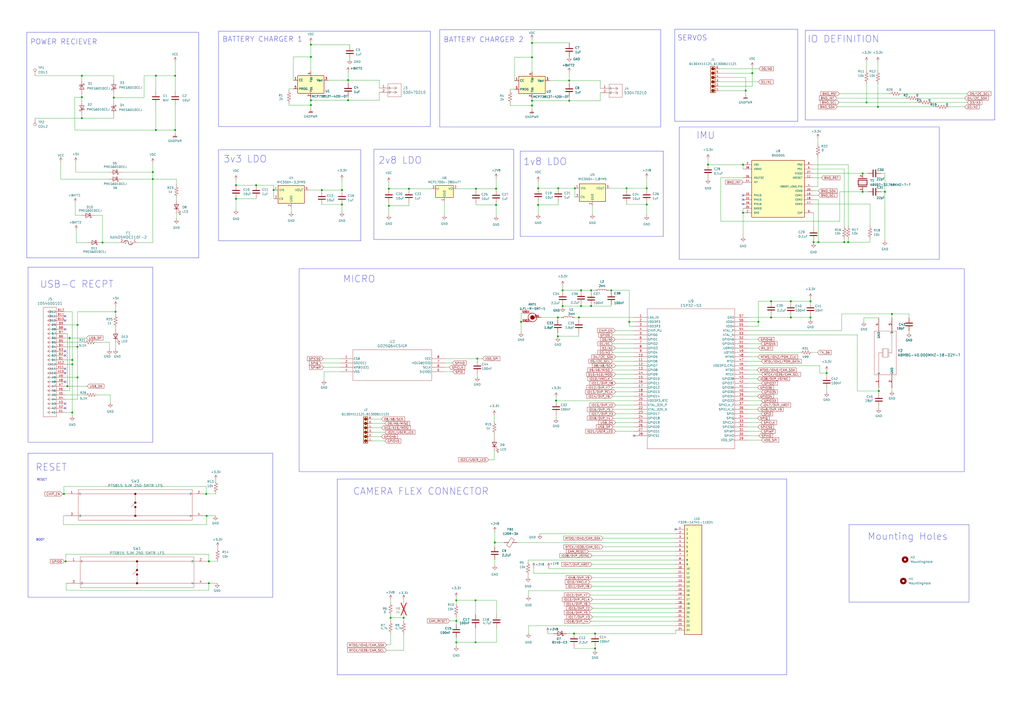
<source format=kicad_sch>
(kicad_sch (version 20231120) (generator "eeschema") (generator_version "8.0")
  (paper "A2")
  (title_block (title "VineRobot Gen2 Outer Board Sense + Power"))
  (junction (at 345.186 376.174))
  (junction (at 275.844 372.618))
  (junction (at 66.04 56.642))
  (junction (at 237.236 109.474))
  (junction (at 375.158 118.618))
  (junction (at 513.334 111.252))
  (junction (at 275.844 348.234))
  (junction (at 264.668 360.172))
  (junction (at 432.562 52.578))
  (junction (at 375.158 109.22))
  (junction (at 121.158 325.628))
  (junction (at 234.188 358.394))
  (junction (at 323.85 109.22))
  (junction (at 500.38 100.584))
  (junction (at 342.9 168.402))
  (junction (at 44.958 201.168))
  (junction (at 287.782 109.474))
  (junction (at 330.2 58.42))
  (junction (at 447.294 184.15))
  (junction (at 180.34 60.96))
  (junction (at 47.498 43.942))
  (junction (at 312.166 118.872))
  (junction (at 225.552 119.38))
  (junction (at 470.154 184.15))
  (junction (at 474.726 140.462))
  (junction (at 180.34 25.908))
  (junction (at 509.778 226.822))
  (junction (at 201.93 46.482))
  (junction (at 101.6 43.942))
  (junction (at 364.998 186.69))
  (junction (at 180.34 58.166))
  (junction (at 337.058 177.546))
  (junction (at 431.038 95.504))
  (junction (at 47.498 56.388))
  (junction (at 489.712 140.462))
  (junction (at 312.166 109.22))
  (junction (at 308.61 58.42))
  (junction (at 101.6 75.438))
  (junction (at 38.1 325.628))
  (junction (at 330.2 46.736))
  (junction (at 308.61 33.274))
  (junction (at 308.61 24.892))
  (junction (at 88.646 99.822))
  (junction (at 470.154 174.752))
  (junction (at 287.782 118.872))
  (junction (at 410.718 95.504))
  (junction (at 509.27 61.976))
  (junction (at 436.372 42.418))
  (junction (at 39.116 224.028))
  (junction (at 180.34 33.02))
  (junction (at 226.568 358.394))
  (junction (at 41.91 208.788))
  (junction (at 439.928 186.69))
  (junction (at 186.69 110.236))
  (junction (at 332.994 367.538))
  (junction (at 67.056 180.848))
  (junction (at 148.59 107.442))
  (junction (at 287.02 314.706))
  (junction (at 37.084 286.512))
  (junction (at 136.906 107.442))
  (junction (at 431.038 123.444))
  (junction (at 323.596 195.072))
  (junction (at 335.788 184.15))
  (junction (at 201.93 58.166))
  (junction (at 119.888 299.212))
  (junction (at 90.424 75.438))
  (junction (at 491.998 140.462))
  (junction (at 136.906 115.316))
  (junction (at 326.39 177.546))
  (junction (at 308.61 61.214))
  (junction (at 322.58 232.41))
  (junction (at 47.498 68.58))
  (junction (at 41.91 239.268))
  (junction (at 502.666 59.436))
  (junction (at 471.932 140.462))
  (junction (at 40.386 196.088))
  (junction (at 44.958 188.468))
  (junction (at 276.86 208.026))
  (junction (at 345.186 367.538))
  (junction (at 302.26 186.69))
  (junction (at 198.374 118.618))
  (junction (at 90.424 43.942))
  (junction (at 458.724 174.752))
  (junction (at 333.502 109.22))
  (junction (at 363.474 109.22))
  (junction (at 447.294 174.752))
  (junction (at 121.158 338.328))
  (junction (at 198.374 110.236))
  (junction (at 44.958 218.948))
  (junction (at 517.398 182.118))
  (junction (at 119.634 286.512))
  (junction (at 354.584 168.402))
  (junction (at 458.724 184.15))
  (junction (at 264.668 348.234))
  (junction (at 276.098 109.474))
  (junction (at 88.646 103.886))
  (junction (at 41.91 211.328))
  (junction (at 342.9 177.546))
  (junction (at 158.75 110.236))
  (junction (at 479.552 216.408))
  (junction (at 337.058 168.402))
  (junction (at 326.39 168.402))
  (junction (at 59.436 140.716))
  (junction (at 225.552 109.474))
  (junction (at 323.596 184.15))
  (junction (at 500.38 111.252))
  (junction (at 264.668 372.618))
  (no_connect (at 37.846 221.488))
  (no_connect (at 367.792 252.73))
  (no_connect (at 37.846 206.248))
  (no_connect (at 431.038 115.824))
  (no_connect (at 37.846 216.408))
  (no_connect (at 37.846 213.868))
  (no_connect (at 37.846 185.928))
  (no_connect (at 37.846 236.728))
  (no_connect (at 37.846 203.708))
  (no_connect (at 37.846 191.008))
  (no_connect (at 431.038 113.284))
  (no_connect (at 391.922 307.086))
  (no_connect (at 37.846 234.188))
  (no_connect (at 431.038 118.364))
  (no_connect (at 37.846 183.388))
  (wire (pts (xy 302.26 186.69) (xy 302.26 192.786)))
  (wire (pts (xy 343.408 335.026) (xy 391.922 335.026)))
  (wire (pts (xy 180.34 63.5) (xy 180.34 60.96)))
  (wire (pts (xy 215.9 255.778) (xy 223.266 255.778)))
  (wire (pts (xy 487.172 128.27) (xy 487.172 111.252)))
  (wire (pts (xy 523.24 54.356) (xy 561.086 54.356)))
  (wire (pts (xy 440.182 252.73) (xy 433.832 252.73)))
  (wire (pts (xy 486.664 59.436) (xy 502.666 59.436)))
  (wire (pts (xy 37.846 226.568) (xy 40.386 226.568)))
  (wire (pts (xy 258.064 213.106) (xy 260.604 213.106)))
  (wire (pts (xy 527.304 193.04) (xy 527.304 192.024)))
  (wire (pts (xy 102.362 107.188) (xy 102.362 103.886)))
  (wire (pts (xy 180.34 33.02) (xy 180.34 41.402)))
  (wire (pts (xy 441.452 250.19) (xy 433.832 250.19)))
  (wire (pts (xy 433.832 186.69) (xy 439.928 186.69)))
  (wire (pts (xy 90.424 60.706) (xy 90.424 75.438)))
  (wire (pts (xy 471.932 140.97) (xy 471.932 140.462)))
  (wire (pts (xy 342.9 177.546) (xy 354.584 177.546)))
  (wire (pts (xy 44.958 188.468) (xy 44.958 201.168)))
  (wire (pts (xy 88.646 99.822) (xy 88.646 103.886)))
  (wire (pts (xy 67.056 189.992) (xy 67.056 191.262)))
  (wire (pts (xy 502.666 59.436) (xy 502.666 48.514)))
  (wire (pts (xy 136.906 107.442) (xy 148.59 107.442)))
  (wire (pts (xy 471.932 140.462) (xy 474.726 140.462)))
  (wire (pts (xy 47.498 46.736) (xy 47.498 43.942)))
  (wire (pts (xy 342.646 360.426) (xy 391.922 360.426)))
  (wire (pts (xy 102.362 123.698) (xy 102.362 127)))
  (wire (pts (xy 36.322 286.512) (xy 37.084 286.512)))
  (wire (pts (xy 436.372 50.038) (xy 436.372 42.418)))
  (wire (pts (xy 276.86 208.026) (xy 279.908 208.026)))
  (wire (pts (xy 121.158 342.392) (xy 121.158 338.328)))
  (wire (pts (xy 295.91 51.816) (xy 298.45 51.816)))
  (wire (pts (xy 488.188 182.118) (xy 488.188 191.77)))
  (wire (pts (xy 201.93 58.166) (xy 219.964 58.166)))
  (wire (pts (xy 471.932 123.444) (xy 471.678 123.444)))
  (wire (pts (xy 349.758 312.166) (xy 391.922 312.166)))
  (wire (pts (xy 343.662 352.806) (xy 391.922 352.806)))
  (wire (pts (xy 330.2 58.42) (xy 308.61 58.42)))
  (wire (pts (xy 357.124 222.25) (xy 367.792 222.25)))
  (wire (pts (xy 286.766 266.7) (xy 286.766 261.62)))
  (wire (pts (xy 356.87 201.93) (xy 367.792 201.93)))
  (wire (pts (xy 441.706 217.17) (xy 433.832 217.17)))
  (wire (pts (xy 439.42 237.49) (xy 433.832 237.49)))
  (wire (pts (xy 120.142 325.628) (xy 121.158 325.628)))
  (wire (pts (xy 470.154 185.42) (xy 470.154 184.15)))
  (wire (pts (xy 322.58 240.538) (xy 322.58 242.824)))
  (wire (pts (xy 326.39 177.546) (xy 326.39 176.784)))
  (wire (pts (xy 223.266 245.618) (xy 215.9 245.618)))
  (wire (pts (xy 313.182 310.134) (xy 313.182 309.626)))
  (wire (pts (xy 121.158 321.564) (xy 121.158 325.628)))
  (wire (pts (xy 306.578 342.646) (xy 391.922 342.646)))
  (wire (pts (xy 38.1 325.628) (xy 38.862 325.628)))
  (wire (pts (xy 37.084 286.512) (xy 37.084 282.194)))
  (wire (pts (xy 375.158 103.124) (xy 375.158 109.22)))
  (wire (pts (xy 38.354 338.328) (xy 38.354 342.392)))
  (wire (pts (xy 306.324 333.502) (xy 306.324 334.772)))
  (wire (pts (xy 37.846 231.648) (xy 44.958 231.648)))
  (wire (pts (xy 47.498 68.58) (xy 66.04 68.58)))
  (wire (pts (xy 37.846 218.948) (xy 44.958 218.948)))
  (wire (pts (xy 355.346 229.87) (xy 367.792 229.87)))
  (wire (pts (xy 224.282 373.888) (xy 224.282 374.142)))
  (wire (pts (xy 513.334 139.7) (xy 513.334 111.252)))
  (wire (pts (xy 330.2 46.736) (xy 330.2 41.91)))
  (wire (pts (xy 136.906 104.394) (xy 136.906 107.442)))
  (wire (pts (xy 37.846 180.848) (xy 41.91 180.848)))
  (wire (pts (xy 264.668 372.618) (xy 275.844 372.618)))
  (wire (pts (xy 491.998 131.064) (xy 491.998 95.504)))
  (wire (pts (xy 441.198 234.95) (xy 433.832 234.95)))
  (wire (pts (xy 90.424 53.086) (xy 90.424 43.942)))
  (wire (pts (xy 474.726 140.462) (xy 489.712 140.462)))
  (wire (pts (xy 20.32 68.834) (xy 20.32 68.58)))
  (wire (pts (xy 237.236 119.38) (xy 225.552 119.38)))
  (wire (pts (xy 275.844 372.618) (xy 288.036 372.618)))
  (wire (pts (xy 170.18 33.02) (xy 170.18 46.482)))
  (wire (pts (xy 367.792 189.23) (xy 364.998 189.23)))
  (wire (pts (xy 88.646 103.886) (xy 88.646 140.716)))
  (wire (pts (xy 357.124 240.03) (xy 367.792 240.03)))
  (wire (pts (xy 509.778 225.044) (xy 509.778 226.822)))
  (wire (pts (xy 343.408 327.406) (xy 391.922 327.406)))
  (wire (pts (xy 276.098 118.872) (xy 287.782 118.872)))
  (wire (pts (xy 367.792 245.11) (xy 357.124 245.11)))
  (wire (pts (xy 43.434 56.388) (xy 47.498 56.388)))
  (wire (pts (xy 47.498 43.942) (xy 66.04 43.942)))
  (wire (pts (xy 44.196 140.716) (xy 50.8 140.716)))
  (wire (pts (xy 479.552 216.408) (xy 479.552 217.678)))
  (wire (pts (xy 335.788 185.42) (xy 335.788 184.15)))
  (wire (pts (xy 342.9 168.402) (xy 345.44 168.402)))
  (wire (pts (xy 517.398 182.118) (xy 517.398 184.404)))
  (wire (pts (xy 355.6 237.49) (xy 367.792 237.49)))
  (wire (pts (xy 363.474 109.22) (xy 375.158 109.22)))
  (wire (pts (xy 417.322 42.418) (xy 436.372 42.418)))
  (wire (pts (xy 43.688 124.968) (xy 47.244 124.968)))
  (wire (pts (xy 66.04 68.58) (xy 66.04 66.802)))
  (wire (pts (xy 439.928 174.752) (xy 447.294 174.752)))
  (wire (pts (xy 101.6 60.706) (xy 101.6 75.438)))
  (wire (pts (xy 354.584 177.546) (xy 354.584 176.784)))
  (wire (pts (xy 323.85 109.474) (xy 323.85 109.22)))
  (wire (pts (xy 64.008 229.108) (xy 56.642 229.108)))
  (wire (pts (xy 287.782 109.474) (xy 287.782 110.236)))
  (wire (pts (xy 64.008 233.68) (xy 64.008 229.108)))
  (wire (pts (xy 391.922 367.538) (xy 391.922 365.506)))
  (wire (pts (xy 47.498 56.388) (xy 47.498 58.674)))
  (wire (pts (xy 308.61 61.214) (xy 308.61 58.42)))
  (wire (pts (xy 47.498 56.388) (xy 47.498 54.356)))
  (wire (pts (xy 90.424 43.942) (xy 101.6 43.942)))
  (wire (pts (xy 47.498 66.294) (xy 47.498 68.58)))
  (wire (pts (xy 59.436 124.968) (xy 59.436 140.716)))
  (wire (pts (xy 264.668 369.824) (xy 264.668 372.618)))
  (wire (pts (xy 330.2 56.134) (xy 330.2 58.42)))
  (wire (pts (xy 260.858 360.172) (xy 264.668 360.172)))
  (wire (pts (xy 257.81 124.714) (xy 257.81 117.094)))
  (wire (pts (xy 37.846 211.328) (xy 41.91 211.328)))
  (wire (pts (xy 83.566 43.942) (xy 83.566 56.642)))
  (wire (pts (xy 476.504 103.124) (xy 471.678 103.124)))
  (wire (pts (xy 225.552 119.38) (xy 225.552 117.602)))
  (wire (pts (xy 35.306 103.886) (xy 62.992 103.886)))
  (wire (pts (xy 36.83 299.212) (xy 36.83 304.292)))
  (wire (pts (xy 264.668 374.904) (xy 264.668 372.618)))
  (wire (pts (xy 264.668 360.172) (xy 264.668 362.204)))
  (wire (pts (xy 335.788 195.072) (xy 323.596 195.072)))
  (wire (pts (xy 343.662 347.726) (xy 391.922 347.726)))
  (wire (pts (xy 345.186 367.538) (xy 391.922 367.538)))
  (wire (pts (xy 527.304 182.118) (xy 517.398 182.118)))
  (wire (pts (xy 502.666 59.436) (xy 532.638 59.436)))
  (wire (pts (xy 295.91 60.198) (xy 295.91 61.214)))
  (wire (pts (xy 433.832 212.09) (xy 475.488 212.09)))
  (wire (pts (xy 509.778 226.822) (xy 509.778 228.092)))
  (wire (pts (xy 312.166 109.22) (xy 323.85 109.22)))
  (wire (pts (xy 533.146 56.896) (xy 559.562 56.896)))
  (wire (pts (xy 201.93 55.88) (xy 201.93 58.166)))
  (wire (pts (xy 168.91 122.936) (xy 168.91 120.396)))
  (wire (pts (xy 288.036 372.618) (xy 288.036 364.236)))
  (wire (pts (xy 234.188 358.394) (xy 234.188 357.124)))
  (wire (pts (xy 201.93 46.482) (xy 201.93 41.656)))
  (wire (pts (xy 332.994 367.538) (xy 345.186 367.538)))
  (wire (pts (xy 417.322 47.498) (xy 439.928 47.498)))
  (wire (pts (xy 37.846 201.168) (xy 44.958 201.168)))
  (wire (pts (xy 302.26 181.61) (xy 302.26 186.69)))
  (wire (pts (xy 431.038 120.904) (xy 431.038 123.444)))
  (wire (pts (xy 148.59 115.316) (xy 136.906 115.316)))
  (wire (pts (xy 119.126 286.512) (xy 119.634 286.512)))
  (wire (pts (xy 264.668 348.234) (xy 264.668 350.266)))
  (wire (pts (xy 513.334 100.584) (xy 513.334 111.252)))
  (wire (pts (xy 337.058 168.402) (xy 342.9 168.402)))
  (wire (pts (xy 219.964 58.166) (xy 219.964 53.594)))
  (wire (pts (xy 44.958 180.848) (xy 44.958 188.468)))
  (wire (pts (xy 326.39 178.308) (xy 326.39 177.546)))
  (wire (pts (xy 237.236 109.474) (xy 250.19 109.474)))
  (wire (pts (xy 474.726 113.284) (xy 471.678 113.284)))
  (wire (pts (xy 349.758 317.246) (xy 391.922 317.246)))
  (wire (pts (xy 187.96 215.646) (xy 187.96 220.472)))
  (wire (pts (xy 441.706 232.41) (xy 433.832 232.41)))
  (wire (pts (xy 190.5 46.482) (xy 201.93 46.482)))
  (wire (pts (xy 341.376 319.786) (xy 391.922 319.786)))
  (wire (pts (xy 354.584 168.402) (xy 354.584 169.164)))
  (wire (pts (xy 355.346 214.63) (xy 367.792 214.63)))
  (wire (pts (xy 258.064 208.026) (xy 276.86 208.026)))
  (wire (pts (xy 41.91 208.788) (xy 41.91 211.328)))
  (wire (pts (xy 198.374 104.14) (xy 198.374 110.236)))
  (wire (pts (xy 326.39 165.608) (xy 326.39 168.402)))
  (wire (pts (xy 88.646 94.488) (xy 88.646 99.822)))
  (wire (pts (xy 513.334 100.584) (xy 511.048 100.584)))
  (wire (pts (xy 287.02 316.992) (xy 287.02 314.706)))
  (wire (pts (xy 439.674 196.85) (xy 433.832 196.85)))
  (wire (pts (xy 41.91 211.328) (xy 41.91 239.268)))
  (wire (pts (xy 37.084 286.512) (xy 37.846 286.512)))
  (wire (pts (xy 38.1 325.628) (xy 38.1 321.564)))
  (wire (pts (xy 488.188 182.118) (xy 517.398 182.118)))
  (wire (pts (xy 333.248 184.15) (xy 335.788 184.15)))
  (wire (pts (xy 234.188 347.726) (xy 234.188 349.504)))
  (wire (pts (xy 121.158 325.628) (xy 126.238 325.628)))
  (wire (pts (xy 186.69 110.236) (xy 198.374 110.236)))
  (wire (pts (xy 221.234 248.158) (xy 215.9 248.158)))
  (wire (pts (xy 221.234 243.078) (xy 215.9 243.078)))
  (wire (pts (xy 441.706 255.27) (xy 433.832 255.27)))
  (wire (pts (xy 225.552 109.474) (xy 225.552 109.982)))
  (wire (pts (xy 485.648 61.976) (xy 509.27 61.976)))
  (wire (pts (xy 286.766 251.968) (xy 286.766 254)))
  (wire (pts (xy 504.698 138.684) (xy 504.698 140.462)))
  (wire (pts (xy 357.124 212.09) (xy 367.792 212.09)))
  (wire (pts (xy 37.846 208.788) (xy 41.91 208.788)))
  (wire (pts (xy 223.266 250.698) (xy 215.9 250.698)))
  (wire (pts (xy 226.568 358.394) (xy 226.568 360.172)))
  (wire (pts (xy 237.236 117.602) (xy 237.236 119.38)))
  (wire (pts (xy 225.552 109.474) (xy 237.236 109.474)))
  (wire (pts (xy 170.18 33.02) (xy 180.34 33.02)))
  (wire (pts (xy 264.668 357.886) (xy 264.668 360.172)))
  (wire (pts (xy 439.42 229.87) (xy 433.832 229.87)))
  (wire (pts (xy 66.04 43.942) (xy 66.04 46.482)))
  (wire (pts (xy 485.394 56.896) (xy 525.526 56.896)))
  (wire (pts (xy 375.158 118.618) (xy 375.158 117.602)))
  (wire (pts (xy 323.596 195.072) (xy 323.596 195.58)))
  (wire (pts (xy 343.662 124.206) (xy 343.662 119.38)))
  (wire (pts (xy 342.138 337.566) (xy 391.922 337.566)))
  (wire (pts (xy 491.998 138.684) (xy 491.998 140.462)))
  (wire (pts (xy 433.832 204.47) (xy 463.804 204.47)))
  (wire (pts (xy 433.832 189.23) (xy 439.928 189.23)))
  (wire (pts (xy 37.846 188.468) (xy 44.958 188.468)))
  (wire (pts (xy 330.2 46.736) (xy 348.234 46.736)))
  (wire (pts (xy 287.782 125.222) (xy 287.782 118.872)))
  (wire (pts (xy 102.362 114.808) (xy 102.362 116.078)))
  (wire (pts (xy 298.45 33.274) (xy 298.45 46.736)))
  (wire (pts (xy 309.626 332.486) (xy 391.922 332.486)))
  (wire (pts (xy 342.9 169.418) (xy 342.9 168.402)))
  (wire (pts (xy 66.04 56.642) (xy 83.566 56.642)))
  (wire (pts (xy 335.788 184.15) (xy 367.792 184.15)))
  (wire (pts (xy 201.93 46.482) (xy 219.964 46.482)))
  (wire (pts (xy 37.846 299.212) (xy 36.83 299.212)))
  (wire (pts (xy 441.706 209.55) (xy 433.832 209.55)))
  (wire (pts (xy 119.888 299.212) (xy 124.968 299.212)))
  (wire (pts (xy 439.674 247.65) (xy 433.832 247.65)))
  (wire (pts (xy 356.87 191.77) (xy 367.792 191.77)))
  (wire (pts (xy 509.27 61.976) (xy 542.544 61.976)))
  (wire (pts (xy 355.346 199.39) (xy 367.792 199.39)))
  (wire (pts (xy 312.166 109.474) (xy 312.166 109.22)))
  (wire (pts (xy 355.346 209.55) (xy 367.792 209.55)))
  (wire (pts (xy 509.778 235.712) (xy 509.778 236.982)))
  (wire (pts (xy 186.69 110.236) (xy 186.69 110.998)))
  (wire (pts (xy 323.85 109.22) (xy 333.502 109.22)))
  (wire (pts (xy 40.386 226.568) (xy 40.386 196.088)))
  (wire (pts (xy 136.906 115.316) (xy 136.906 121.666)))
  (wire (pts (xy 219.964 46.482) (xy 219.964 51.054)))
  (wire (pts (xy 102.362 103.886) (xy 88.646 103.886)))
  (wire (pts (xy 63.5 198.628) (xy 56.134 198.628)))
  (wire (pts (xy 187.452 208.026) (xy 197.104 208.026)))
  (wire (pts (xy 431.038 103.124) (xy 418.084 103.124)))
  (wire (pts (xy 67.056 198.882) (xy 67.056 202.692)))
  (wire (pts (xy 489.712 131.064) (xy 489.712 98.044)))
  (wire (pts (xy 287.02 314.706) (xy 292.354 314.706)))
  (wire (pts (xy 357.124 227.33) (xy 367.792 227.33)))
  (wire (pts (xy 38.354 342.392) (xy 121.158 342.392)))
  (wire (pts (xy 328.676 367.538) (xy 332.994 367.538)))
  (wire (pts (xy 418.084 128.27) (xy 487.172 128.27)))
  (wire (pts (xy 41.91 239.268) (xy 41.91 241.3)))
  (wire (pts (xy 470.154 174.752) (xy 470.154 175.514)))
  (wire (pts (xy 312.166 118.872) (xy 312.166 117.094)))
  (wire (pts (xy 479.552 215.138) (xy 479.552 216.408)))
  (wire (pts (xy 439.42 219.71) (xy 433.832 219.71)))
  (wire (pts (xy 333.502 109.22) (xy 333.502 114.3)))
  (wire (pts (xy 39.116 224.028) (xy 37.846 224.028)))
  (wire (pts (xy 126.238 317.246) (xy 126.238 318.008)))
  (wire (pts (xy 353.06 168.402) (xy 354.584 168.402)))
  (wire (pts (xy 332.994 376.174) (xy 345.186 376.174)))
  (wire (pts (xy 357.124 217.17) (xy 367.792 217.17)))
  (wire (pts (xy 38.862 338.328) (xy 38.354 338.328)))
  (wire (pts (xy 500.38 111.252) (xy 500.38 110.998)))
  (wire (pts (xy 308.61 24.892) (xy 308.61 33.274)))
  (wire (pts (xy 63.5 202.692) (xy 63.5 198.628)))
  (wire (pts (xy 167.64 60.96) (xy 180.34 60.96)))
  (wire (pts (xy 67.056 182.372) (xy 67.056 180.848)))
  (wire (pts (xy 39.116 224.028) (xy 50.546 224.028)))
  (wire (pts (xy 447.294 174.752) (xy 447.294 175.26)))
  (wire (pts (xy 436.372 38.862) (xy 436.372 42.418)))
  (wire (pts (xy 441.706 227.33) (xy 433.832 227.33)))
  (wire (pts (xy 375.158 124.968) (xy 375.158 118.618)))
  (wire (pts (xy 302.26 181.61) (xy 303.784 181.61)))
  (wire (pts (xy 306.578 362.966) (xy 391.922 362.966)))
  (wire (pts (xy 345.186 375.158) (xy 345.186 376.174)))
  (wire (pts (xy 101.6 75.438) (xy 90.424 75.438)))
  (wire (pts (xy 43.942 99.822) (xy 43.942 93.98)))
  (wire (pts (xy 287.02 308.356) (xy 287.02 314.706)))
  (wire (pts (xy 355.346 204.47) (xy 367.792 204.47)))
  (wire (pts (xy 441.452 245.11) (xy 433.832 245.11)))
  (wire (pts (xy 70.612 103.886) (xy 88.646 103.886)))
  (wire (pts (xy 43.434 75.438) (xy 90.424 75.438)))
  (wire (pts (xy 471.932 139.7) (xy 471.932 140.462)))
  (wire (pts (xy 337.058 168.91) (xy 337.058 168.402)))
  (wire (pts (xy 441.452 199.39) (xy 433.832 199.39)))
  (wire (pts (xy 353.822 109.22) (xy 363.474 109.22)))
  (wire (pts (xy 509.27 35.814) (xy 509.27 40.894)))
  (wire (pts (xy 312.166 105.156) (xy 312.166 109.22)))
  (wire (pts (xy 367.792 247.65) (xy 355.6 247.65)))
  (wire (pts (xy 471.678 115.824) (xy 474.726 115.824)))
  (wire (pts (xy 201.93 48.26) (xy 201.93 46.482)))
  (wire (pts (xy 439.166 214.63) (xy 433.832 214.63)))
  (wire (pts (xy 167.64 52.324) (xy 167.64 51.562)))
  (wire (pts (xy 343.408 322.326) (xy 391.922 322.326)))
  (wire (pts (xy 312.166 124.206) (xy 312.166 118.872)))
  (wire (pts (xy 337.058 177.546) (xy 342.9 177.546)))
  (wire (pts (xy 431.038 123.444) (xy 431.038 137.414)))
  (wire (pts (xy 226.568 347.726) (xy 226.568 349.504)))
  (wire (pts (xy 58.42 140.716) (xy 59.436 140.716)))
  (wire (pts (xy 441.452 240.03) (xy 433.832 240.03)))
  (wire (pts (xy 201.93 58.166) (xy 180.34 58.166)))
  (wire (pts (xy 500.38 100.584) (xy 500.38 100.838)))
  (wire (pts (xy 471.932 123.444) (xy 471.932 132.08)))
  (wire (pts (xy 458.724 174.752) (xy 470.154 174.752)))
  (wire (pts (xy 471.424 204.47) (xy 474.218 204.47)))
  (wire (pts (xy 70.612 99.822) (xy 88.646 99.822)))
  (wire (pts (xy 83.566 43.942) (xy 90.424 43.942)))
  (wire (pts (xy 355.346 224.79) (xy 367.792 224.79)))
  (wire (pts (xy 367.792 232.41) (xy 322.58 232.41)))
  (wire (pts (xy 345.186 376.174) (xy 345.186 377.19)))
  (wire (pts (xy 363.474 118.618) (xy 363.474 117.856)))
  (wire (pts (xy 410.718 103.886) (xy 410.718 103.124)))
  (wire (pts (xy 275.844 364.236) (xy 275.844 372.618)))
  (wire (pts (xy 439.674 207.01) (xy 433.832 207.01)))
  (wire (pts (xy 458.724 184.15) (xy 470.154 184.15)))
  (wire (pts (xy 355.346 194.31) (xy 367.792 194.31)))
  (wire (pts (xy 308.61 24.892) (xy 330.2 24.892)))
  (wire (pts (xy 275.844 348.234) (xy 288.036 348.234)))
  (wire (pts (xy 486.918 54.356) (xy 515.62 54.356)))
  (wire (pts (xy 337.058 168.402) (xy 326.39 168.402)))
  (wire (pts (xy 306.578 367.284) (xy 306.578 362.966)))
  (wire (pts (xy 276.098 109.474) (xy 287.782 109.474)))
  (wire (pts (xy 335.788 195.072) (xy 335.788 193.04)))
  (wire (pts (xy 20.32 68.58) (xy 47.498 68.58)))
  (wire (pts (xy 330.2 48.514) (xy 330.2 46.736)))
  (wire (pts (xy 441.706 222.25) (xy 433.832 222.25)))
  (wire (pts (xy 470.154 183.134) (xy 470.154 184.15)))
  (wire (pts (xy 322.58 232.41) (xy 322.58 232.918)))
  (wire (pts (xy 37.846 198.628) (xy 48.514 198.628)))
  (wire (pts (xy 410.718 95.504) (xy 410.718 92.202)))
  (wire (pts (xy 364.998 189.23) (xy 364.998 186.69)))
  (wire (pts (xy 179.07 110.236) (xy 186.69 110.236)))
  (wire (pts (xy 458.724 183.134) (xy 458.724 184.15)))
  (wire (pts (xy 313.944 184.15) (xy 323.596 184.15)))
  (wire (pts (xy 474.472 91.186) (xy 474.472 108.204)))
  (wire (pts (xy 355.346 219.71) (xy 367.792 219.71)))
  (wire (pts (xy 432.562 52.578) (xy 432.562 55.372)))
  (wire (pts (xy 364.998 186.69) (xy 367.792 186.69)))
  (wire (pts (xy 439.928 174.752) (xy 439.928 186.69)))
  (wire (pts (xy 54.864 124.968) (xy 59.436 124.968)))
  (wire (pts (xy 221.234 253.238) (xy 215.9 253.238)))
  (wire (pts (xy 43.434 75.438) (xy 43.434 56.388)))
  (wire (pts (xy 258.064 210.566) (xy 262.382 210.566)))
  (wire (pts (xy 447.294 182.88) (xy 447.294 184.15)))
  (wire (pts (xy 119.888 304.292) (xy 119.888 299.212)))
  (wire (pts (xy 417.322 52.578) (xy 432.562 52.578)))
  (wire (pts (xy 357.124 207.01) (xy 367.792 207.01)))
  (wire (pts (xy 308.61 22.86) (xy 308.61 24.892)))
  (wire (pts (xy 180.34 25.908) (xy 180.34 33.02)))
  (wire (pts (xy 226.568 373.888) (xy 226.568 367.792)))
  (wire (pts (xy 258.064 215.646) (xy 262.636 215.646)))
  (wire (pts (xy 276.098 118.872) (xy 276.098 117.856)))
  (wire (pts (xy 500.38 100.584) (xy 503.428 100.584)))
  (wire (pts (xy 37.084 282.194) (xy 119.634 282.194)))
  (wire (pts (xy 475.488 216.408) (xy 479.552 216.408)))
  (wire (pts (xy 540.258 59.436) (xy 561.086 59.436)))
  (wire (pts (xy 299.974 314.706) (xy 391.922 314.706)))
  (wire (pts (xy 323.85 117.094) (xy 323.85 118.872)))
  (wire (pts (xy 342.392 350.266) (xy 391.922 350.266)))
  (wire (pts (xy 66.04 56.642) (xy 66.04 54.102)))
  (wire (pts (xy 197.104 215.646) (xy 187.96 215.646)))
  (wire (pts (xy 121.158 338.328) (xy 125.984 338.328)))
  (wire (pts (xy 471.678 98.044) (xy 489.712 98.044)))
  (wire (pts (xy 474.726 110.744) (xy 471.678 110.744)))
  (wire (pts (xy 342.392 345.186) (xy 391.922 345.186)))
  (wire (pts (xy 474.472 80.264) (xy 474.472 83.566)))
  (wire (pts (xy 234.188 377.19) (xy 234.188 367.792)))
  (wire (pts (xy 332.994 375.158) (xy 332.994 376.174)))
  (wire (pts (xy 225.552 105.664) (xy 225.552 109.474)))
  (wire (pts (xy 309.626 329.184) (xy 309.626 332.486)))
  (wire (pts (xy 101.6 35.814) (xy 101.6 43.942)))
  (wire (pts (xy 471.678 100.584) (xy 500.38 100.584)))
  (wire (pts (xy 37.846 239.268) (xy 41.91 239.268)))
  (wire (pts (xy 433.832 184.15) (xy 447.294 184.15)))
  (wire (pts (xy 500.38 111.252) (xy 503.428 111.252)))
  (wire (pts (xy 180.34 58.166) (xy 180.34 56.642)))
  (wire (pts (xy 276.86 218.694) (xy 276.86 216.916)))
  (wire (pts (xy 479.552 225.298) (xy 479.552 227.584)))
  (wire (pts (xy 275.844 348.234) (xy 264.668 348.234)))
  (wire (pts (xy 447.294 184.15) (xy 458.724 184.15)))
  (wire (pts (xy 198.374 110.236) (xy 198.374 110.998)))
  (wire (pts (xy 364.998 168.402) (xy 364.998 186.69)))
  (wire (pts (xy 44.958 218.948) (xy 44.958 231.648)))
  (wire (pts (xy 167.64 59.944) (xy 167.64 60.96)))
  (wire (pts (xy 355.6 242.57) (xy 367.792 242.57)))
  (wire (pts (xy 198.374 122.936) (xy 198.374 118.618)))
  (wire (pts (xy 497.332 194.31) (xy 497.332 226.822)))
  (wire (pts (xy 447.294 174.752) (xy 458.724 174.752)))
  (wire (pts (xy 79.502 140.716) (xy 88.646 140.716)))
  (wire (pts (xy 226.568 357.124) (xy 226.568 358.394)))
  (wire (pts (xy 491.998 140.462) (xy 504.698 140.462)))
  (wire (pts (xy 348.234 46.736) (xy 348.234 51.308)))
  (wire (pts (xy 504.698 118.364) (xy 504.698 131.064)))
  (wire (pts (xy 119.634 286.512) (xy 125.222 286.512)))
  (wire (pts (xy 330.2 58.42) (xy 348.234 58.42)))
  (wire (pts (xy 489.712 140.462) (xy 491.998 140.462)))
  (wire (pts (xy 417.322 44.958) (xy 432.562 44.958)))
  (wire (pts (xy 119.126 299.212) (xy 119.888 299.212)))
  (wire (pts (xy 497.332 194.31) (xy 433.832 194.31)))
  (wire (pts (xy 509.27 61.976) (xy 509.27 48.514)))
  (wire (pts (xy 158.75 110.236) (xy 158.75 107.442)))
  (wire (pts (xy 306.578 345.694) (xy 306.578 342.646)))
  (wire (pts (xy 509.778 184.404) (xy 501.142 184.404)))
  (wire (pts (xy 418.084 103.124) (xy 418.084 128.27)))
  (wire (pts (xy 342.9 177.038) (xy 342.9 177.546)))
  (wire (pts (xy 318.262 329.184) (xy 318.262 329.946)))
  (wire (pts (xy 37.846 193.548) (xy 39.116 193.548)))
  (wire (pts (xy 44.196 133.35) (xy 44.196 140.716)))
  (wire (pts (xy 517.398 226.822) (xy 517.398 225.044)))
  (wire (pts (xy 475.488 212.09) (xy 475.488 216.408)))
  (wire (pts (xy 470.154 172.974) (xy 470.154 174.752)))
  (wire (pts (xy 283.464 266.7) (xy 286.766 266.7)))
  (wire (pts (xy 501.142 184.404) (xy 501.142 186.69)))
  (wire (pts (xy 202.946 34.036) (xy 202.946 34.544)))
  (wire (pts (xy 264.668 346.456) (xy 264.668 348.234)))
  (wire (pts (xy 431.038 95.504) (xy 431.038 98.044)))
  (wire (pts (xy 59.436 140.716) (xy 69.342 140.716)))
  (wire (pts (xy 288.036 356.616) (xy 288.036 348.234)))
  (wire (pts (xy 295.91 61.214) (xy 308.61 61.214)))
  (wire (pts (xy 306.324 324.866) (xy 391.922 324.866)))
  (wire (pts (xy 41.91 180.848) (xy 41.91 208.788)))
  (wire (pts (xy 125.222 278.13) (xy 125.222 278.892)))
  (wire (pts (xy 276.098 109.474) (xy 276.098 110.236)))
  (wire (pts (xy 158.75 110.236) (xy 158.75 115.316)))
  (wire (pts (xy 180.34 25.908) (xy 202.946 25.908)))
  (wire (pts (xy 120.142 338.328) (xy 121.158 338.328)))
  (wire (pts (xy 237.236 109.474) (xy 237.236 109.982)))
  (wire (pts (xy 330.2 24.892) (xy 330.2 25.146)))
  (wire (pts (xy 471.678 95.504) (xy 491.998 95.504)))
  (wire (pts (xy 439.42 224.79) (xy 433.832 224.79)))
  (wire (pts (xy 119.634 282.194) (xy 119.634 286.512)))
  (wire (pts (xy 323.596 185.42) (xy 323.596 184.15)))
  (wire (pts (xy 295.91 52.578) (xy 295.91 51.816)))
  (wire (pts (xy 497.332 226.822) (xy 509.778 226.822)))
  (wire (pts (xy 343.408 340.106) (xy 391.922 340.106)))
  (wire (pts (xy 322.58 230.378) (xy 322.58 232.41)))
  (wire (pts (xy 167.64 51.562) (xy 170.18 51.562)))
  (wire (pts (xy 308.61 63.754) (xy 308.61 61.214)))
  (wire (pts (xy 375.158 109.22) (xy 375.158 109.982)))
  (wire (pts (xy 433.832 191.77) (xy 488.188 191.77)))
  (wire (pts (xy 286.766 240.792) (xy 286.766 244.348)))
  (wire (pts (xy 439.928 201.93) (xy 433.832 201.93)))
  (wire (pts (xy 136.906 115.062) (xy 136.906 115.316)))
  (wire (pts (xy 186.182 210.566) (xy 197.104 210.566)))
  (wire (pts (xy 226.568 358.394) (xy 234.188 358.394)))
  (wire (pts (xy 527.304 182.118) (xy 527.304 184.404)))
  (wire (pts (xy 43.942 99.822) (xy 62.992 99.822)))
  (wire (pts (xy 66.04 59.182) (xy 66.04 56.642)))
  (wire (pts (xy 348.234 58.42) (xy 348.234 53.848)))
  (wire (pts (xy 234.188 360.172) (xy 234.188 358.394)))
  (wire (pts (xy 44.958 180.848) (xy 67.056 180.848)))
  (wire (pts (xy 148.59 115.316) (xy 148.59 115.062)))
  (wire (pts (xy 67.056 180.848) (xy 67.056 177.546)))
  (wire (pts (xy 101.6 43.942) (xy 101.6 53.086)))
  (wire (pts (xy 101.6 77.724) (xy 101.6 75.438)))
  (wire (pts (xy 180.34 24.638) (xy 180.34 25.908)))
  (wire (pts (xy 318.77 46.736) (xy 330.2 46.736)))
  (wire (pts (xy 432.562 44.958) (xy 432.562 52.578)))
  (wire (pts (xy 202.946 25.908) (xy 202.946 26.416)))
  (wire (pts (xy 363.474 109.22) (xy 363.474 110.236)))
  (wire (pts (xy 38.1 321.564) (xy 121.158 321.564)))
  (wire (pts (xy 20.32 43.942) (xy 47.498 43.942)))
  (wire (pts (xy 287.782 103.378) (xy 287.782 109.474)))
  (wire (pts (xy 44.958 201.168) (xy 44.958 218.948)))
  (wire (pts (xy 187.706 213.106) (xy 197.104 213.106)))
  (wire (pts (xy 326.39 168.402) (xy 326.39 169.164)))
  (wire (pts (xy 180.34 60.96) (xy 180.34 58.166)))
  (wire (pts (xy 39.116 193.548) (xy 39.116 224.028)))
  (wire (pts (xy 265.43 109.474) (xy 276.098 109.474)))
  (wire (pts (xy 224.282 377.19) (xy 234.188 377.19)))
  (wire (pts (xy 318.262 329.946) (xy 391.922 329.946)))
  (wire (pts (xy 317.754 367.538) (xy 321.056 367.538)))
  (wire (pts (xy 35.306 103.886) (xy 35.306 93.98)))
  (wire (pts (xy 306.324 325.882) (xy 306.324 324.866)))
  (wire (pts (xy 474.726 115.824) (xy 474.726 140.462)))
  (wire (pts (xy 439.42 242.57) (xy 433.832 242.57)))
  (wire (pts (xy 43.688 117.602) (xy 43.688 124.968)))
  (wire (pts (xy 337.058 176.53) (xy 337.058 177.546)))
  (wire (pts (xy 502.666 35.814) (xy 502.666 40.894)))
  (wire (pts (xy 325.628 184.15) (xy 323.596 184.15)))
  (wire (pts (xy 37.338 325.628) (xy 38.1 325.628)))
  (wire (pts (xy 330.2 32.766) (xy 330.2 33.02)))
  (wire (pts (xy 308.61 33.274) (xy 308.61 41.656)))
  (wire (pts (xy 225.552 124.714) (xy 225.552 119.38)))
  (wire (pts (xy 36.83 304.292) (xy 119.888 304.292)))
  (wire (pts (xy 326.39 177.546) (xy 337.058 177.546)))
  (wire (pts (xy 410.718 95.504) (xy 431.038 95.504)))
  (wire (pts (xy 37.846 229.108) (xy 49.022 229.108)))
  (wire (pts (xy 471.678 108.204) (xy 474.472 108.204)))
  (wire (pts (xy 439.928 186.69) (xy 439.928 189.23)))
  (wire (pts (xy 40.386 196.088) (xy 37.846 196.088)))
  (wire (pts (xy 363.474 118.618) (xy 375.158 118.618)))
  (wire (pts (xy 354.584 168.402) (xy 364.998 168.402)))
  (wire (pts (xy 356.87 196.85) (xy 367.792 196.85)))
  (wire (pts (xy 489.712 138.684) (xy 489.712 140.462)))
  (wire (pts (xy 287.02 327.914) (xy 287.02 324.612)))
  (wire (pts (xy 471.678 118.364) (xy 504.698 118.364)))
  (wire (pts (xy 417.322 39.878) (xy 440.182 39.878)))
  (wire (pts (xy 342.392 355.346) (xy 391.922 355.346)))
  (wire (pts (xy 308.61 58.42) (xy 308.61 56.896)))
  (wire (pts (xy 357.124 250.19) (xy 367.792 250.19)))
  (wire (pts (xy 313.182 309.626) (xy 391.922 309.626)))
  (wire (pts (xy 487.172 111.252) (xy 500.38 111.252)))
  (wire (pts (xy 317.754 367.538) (xy 317.754 366.776)))
  (wire (pts (xy 186.69 118.618) (xy 198.374 118.618)))
  (wire (pts (xy 511.048 111.252) (xy 513.334 111.252)))
  (wire (pts (xy 458.724 174.752) (xy 458.724 175.514)))
  (wire (pts (xy 298.45 33.274) (xy 308.61 33.274)))
  (wire (pts (xy 550.164 61.976) (xy 559.562 61.976)))
  (wire (pts (xy 323.596 195.072) (xy 323.596 193.04)))
  (wire (pts (xy 417.322 50.038) (xy 436.372 50.038)))
  (wire (pts (xy 357.124 234.95) (xy 367.792 234.95)))
  (wire (pts (xy 343.662 357.886) (xy 391.922 357.886)))
  (wire (pts (xy 323.85 118.872) (xy 312.166 118.872)))
  (wire (pts (xy 302.26 186.69) (xy 303.784 186.69)))
  (wire (pts (xy 275.844 356.616) (xy 275.844 348.234)))
  (wire (pts (xy 40.386 196.088) (xy 50.038 196.088)))
  (wire (pts (xy 276.86 208.026) (xy 276.86 209.296)))
  (wire (pts (xy 287.782 118.872) (xy 287.782 117.856)))
  (wire (pts (xy 148.59 107.442) (xy 158.75 107.442)))
  (wire (pts (xy 224.282 373.888) (xy 226.568 373.888)))
  (rectangle (start 255.016 17.272) (end 383.286 73.66))
  (rectangle (start 173.482 155.956) (end 559.308 273.558))
  (rectangle (start 16.256 262.89) (end 158.242 346.456))
  (rectangle (start 301.752 87.63) (end 384.81 137.16))
  (rectangle (start 126.746 86.868) (end 209.296 139.7))
  (rectangle (start 16.256 154.94) (end 88.646 256.54))
  (rectangle (start 393.954 73.66) (end 544.83 150.368))
  (rectangle (start 126.746 18.034) (end 249.682 73.406))
  (rectangle (start 15.494 18.796) (end 115.316 149.606))
  (rectangle (start 195.58 277.876) (end 456.438 391.414))
  (rectangle (start 391.414 17.018) (end 462.788 70.358))
  (rectangle (start 216.916 86.614) (end 297.942 138.938))
  (rectangle (start 492.506 304.292) (end 562.102 349.25))
  (rectangle (start 467.106 17.526) (end 577.088 69.596))
  (text "CAMERA FLEX CONNECTOR\n" (at 204.724 287.528 0) (effects (font (size 4 4)) (justify left bottom)))
  (text "RESET" (at 20.574 273.558 0) (effects (font (size 4 4)) (justify left bottom)))
  (text "IMU" (at 403.86 81.026 0) (effects (font (size 4 4)) (justify left bottom)))
  (text "POWER RECIEVER" (at 17.526 26.162 0) (effects (font (size 3 3)) (justify left bottom)))
  (text "MICRO" (at 198.882 164.338 0) (effects (font (size 4 4)) (justify left bottom)))
  (text "RESET" (at 21.336 279.146 0) (effects (font (size 1.27 1.27)) (justify left bottom)))
  (text "1v8 LDO" (at 303.53 96.266 0) (effects (font (size 4 4)) (justify left bottom)))
  (text "USB-C RECPT" (at 23.114 167.386 0) (effects (font (size 4 4)) (justify left bottom)))
  (text "Mounting Holes" (at 503.174 313.69 0) (effects (font (size 4 4)) (justify left bottom)))
  (text "BOOT" (at 20.828 313.944 0) (effects (font (size 1.27 1.27)) (justify left bottom)))
  (text "SERVOS" (at 392.938 23.876 0) (effects (font (size 3 3)) (justify left bottom)))
  (text "BATTERY CHARGER 1" (at 129.032 24.638 0) (effects (font (size 3 3)) (justify left bottom)))
  (text "BATTERY CHARGER 2" (at 257.302 24.892 0) (effects (font (size 3 3)) (justify left bottom)))
  (text "IO DEFINITION" (at 468.376 25.146 0) (effects (font (size 4 4)) (justify left bottom)))
  (text "2v8 LDO" (at 219.456 95.504 0) (effects (font (size 4 4)) (justify left bottom)))
  (text "3v3 LDO\n" (at 129.54 94.742 0) (effects (font (size 4 4)) (justify left bottom)))
  (global_label "D2{slash}A2" (shape input) (at 559.562 61.976 0) (property "Intersheetrefs" "${INTERSHEET_REFS}" (effects (hide yes))))
  (global_label "D5{slash}I2C_SCL" (shape input) (at 355.346 209.55 180) (property "Intersheetrefs" "${INTERSHEET_REFS}" (effects (hide yes))))
  (global_label "MTMS{slash}IO42{slash}PDM_CLK" (shape input) (at 439.674 207.01 0) (property "Intersheetrefs" "${INTERSHEET_REFS}" (effects (hide yes))))
  (global_label "IO47{slash}DVP_HREF" (shape input) (at 441.198 234.95 0) (property "Intersheetrefs" "${INTERSHEET_REFS}" (effects (hide yes))))
  (global_label "SPICS0" (shape input) (at 187.452 208.026 180) (property "Intersheetrefs" "${INTERSHEET_REFS}" (effects (hide yes))))
  (global_label "IO15{slash}DVP_Y2" (shape input) (at 343.662 352.806 180) (property "Intersheetrefs" "${INTERSHEET_REFS}" (effects (hide yes))))
  (global_label "IO16{slash}DVP_Y5" (shape input) (at 355.6 237.49 180) (property "Intersheetrefs" "${INTERSHEET_REFS}" (effects (hide yes))))
  (global_label "BNO_SDA" (shape input) (at 485.648 61.976 180) (property "Intersheetrefs" "${INTERSHEET_REFS}" (effects (hide yes))))
  (global_label "USB_DN" (shape input) (at 357.124 245.11 180) (property "Intersheetrefs" "${INTERSHEET_REFS}" (effects (hide yes))))
  (global_label "IO18{slash}DVP_Y4" (shape input) (at 355.6 242.57 180) (property "Intersheetrefs" "${INTERSHEET_REFS}" (effects (hide yes))))
  (global_label "IO21{slash}USER_LED" (shape input) (at 223.266 250.698 0) (property "Intersheetrefs" "${INTERSHEET_REFS}" (effects (hide yes))))
  (global_label "IO16{slash}DVP_Y5" (shape input) (at 342.392 355.346 180) (property "Intersheetrefs" "${INTERSHEET_REFS}" (effects (hide yes))))
  (global_label "MTDO{slash}IO40{slash}CAM_SDA" (shape input) (at 224.282 374.142 180) (property "Intersheetrefs" "${INTERSHEET_REFS}" (effects (hide yes))))
  (global_label "SPIQ" (shape input) (at 439.42 242.57 0) (property "Intersheetrefs" "${INTERSHEET_REFS}" (effects (hide yes))))
  (global_label "SPID" (shape input) (at 441.452 240.03 0) (property "Intersheetrefs" "${INTERSHEET_REFS}" (effects (hide yes))))
  (global_label "MTCK{slash}IO39{slash}CAM_SCL" (shape input) (at 224.282 377.19 180) (property "Intersheetrefs" "${INTERSHEET_REFS}" (effects (hide yes))))
  (global_label "MTCK{slash}IO39{slash}CAM_SCL" (shape input) (at 441.706 217.17 0) (property "Intersheetrefs" "${INTERSHEET_REFS}" (effects (hide yes))))
  (global_label "GPIO35" (shape input) (at 441.706 227.33 0) (property "Intersheetrefs" "${INTERSHEET_REFS}" (effects (hide yes))))
  (global_label "GPIO45" (shape input) (at 441.452 199.39 0) (property "Intersheetrefs" "${INTERSHEET_REFS}" (effects (hide yes))))
  (global_label "BNO_INT" (shape input) (at 485.394 56.896 180) (property "Intersheetrefs" "${INTERSHEET_REFS}" (effects (hide yes))))
  (global_label "BNO_INT" (shape input) (at 431.038 105.664 180) (property "Intersheetrefs" "${INTERSHEET_REFS}" (effects (hide yes))))
  (global_label "VDD_SPI" (shape input) (at 279.908 208.026 0) (property "Intersheetrefs" "${INTERSHEET_REFS}" (effects (hide yes))))
  (global_label "SPID" (shape input) (at 262.636 215.646 0) (property "Intersheetrefs" "${INTERSHEET_REFS}" (effects (hide yes))))
  (global_label "D3{slash}A3" (shape input) (at 561.086 59.436 0) (property "Intersheetrefs" "${INTERSHEET_REFS}" (effects (hide yes))))
  (global_label "IO21{slash}USER_LED" (shape input) (at 283.464 266.7 180) (property "Intersheetrefs" "${INTERSHEET_REFS}" (effects (hide yes))))
  (global_label "IO17{slash}DVP_Y3" (shape input) (at 357.124 240.03 180) (property "Intersheetrefs" "${INTERSHEET_REFS}" (effects (hide yes))))
  (global_label "D4{slash}I2C_SDA" (shape input) (at 357.124 207.01 180) (property "Intersheetrefs" "${INTERSHEET_REFS}" (effects (hide yes))))
  (global_label "GPIO36" (shape input) (at 439.42 224.79 0) (property "Intersheetrefs" "${INTERSHEET_REFS}" (effects (hide yes))))
  (global_label "USB_DP" (shape input) (at 355.6 247.65 180) (property "Intersheetrefs" "${INTERSHEET_REFS}" (effects (hide yes))))
  (global_label "SPICS0" (shape input) (at 439.674 247.65 0) (property "Intersheetrefs" "${INTERSHEET_REFS}" (effects (hide yes))))
  (global_label "IO12{slash}DVP_Y7" (shape input) (at 342.392 345.186 180) (property "Intersheetrefs" "${INTERSHEET_REFS}" (effects (hide yes))))
  (global_label "D10{slash}A10{slash}MOSI" (shape input) (at 221.234 248.158 0) (property "Intersheetrefs" "${INTERSHEET_REFS}" (effects (hide yes))))
  (global_label "CAM_RESET" (shape input) (at 260.858 360.172 180) (property "Intersheetrefs" "${INTERSHEET_REFS}" (effects (hide yes))))
  (global_label "BNO_SCL" (shape input) (at 474.726 113.284 0) (property "Intersheetrefs" "${INTERSHEET_REFS}" (effects (hide yes))))
  (global_label "D8{slash}A8{slash}SCK" (shape input) (at 357.124 212.09 180) (property "Intersheetrefs" "${INTERSHEET_REFS}" (effects (hide yes))))
  (global_label "BNO_RST" (shape input) (at 486.918 54.356 180) (property "Intersheetrefs" "${INTERSHEET_REFS}" (effects (hide yes))))
  (global_label "MTDO{slash}IO40{slash}CAM_SDA" (shape input) (at 349.758 312.166 180) (property "Intersheetrefs" "${INTERSHEET_REFS}" (effects (hide yes))))
  (global_label "D1{slash}A1" (shape input) (at 439.928 47.498 0) (property "Intersheetrefs" "${INTERSHEET_REFS}" (effects (hide yes))))
  (global_label "SPICLK" (shape input) (at 441.452 245.11 0) (property "Intersheetrefs" "${INTERSHEET_REFS}" (effects (hide yes))))
  (global_label "SPIWP" (shape input) (at 187.706 213.106 180) (property "Intersheetrefs" "${INTERSHEET_REFS}" (effects (hide yes))))
  (global_label "SPIQ" (shape input) (at 186.182 210.566 180) (property "Intersheetrefs" "${INTERSHEET_REFS}" (effects (hide yes))))
  (global_label "BNO_SDA" (shape input) (at 474.726 110.744 0) (property "Intersheetrefs" "${INTERSHEET_REFS}" (effects (hide yes))))
  (global_label "D9{slash}A9{slash}MISO" (shape input) (at 355.346 214.63 180) (property "Intersheetrefs" "${INTERSHEET_REFS}" (effects (hide yes))))
  (global_label "GPIO46" (shape input) (at 439.674 196.85 0) (property "Intersheetrefs" "${INTERSHEET_REFS}" (effects (hide yes))))
  (global_label "CAM_RESET" (shape input) (at 341.376 319.786 180) (property "Intersheetrefs" "${INTERSHEET_REFS}" (effects (hide yes))))
  (global_label "IO11{slash}DVP_Y8" (shape input) (at 343.408 340.106 180) (property "Intersheetrefs" "${INTERSHEET_REFS}" (effects (hide yes))))
  (global_label "MTDI{slash}IO41{slash}PDM_DATA" (shape input) (at 441.706 209.55 0) (property "Intersheetrefs" "${INTERSHEET_REFS}" (effects (hide yes))))
  (global_label "D0{slash}A0" (shape input) (at 356.87 196.85 180) (property "Intersheetrefs" "${INTERSHEET_REFS}" (effects (hide yes))))
  (global_label "IO38{slash}DVP_VSYNC" (shape input) (at 439.42 219.71 0) (property "Intersheetrefs" "${INTERSHEET_REFS}" (effects (hide yes))))
  (global_label "IO48{slash}DVP_Y9" (shape input) (at 439.42 237.49 0) (property "Intersheetrefs" "${INTERSHEET_REFS}" (effects (hide yes))))
  (global_label "GPIO37" (shape input) (at 441.706 222.25 0) (property "Intersheetrefs" "${INTERSHEET_REFS}" (effects (hide yes))))
  (global_label "TX_D6" (shape input) (at 474.218 204.47 0) (property "Intersheetrefs" "${INTERSHEET_REFS}" (effects (hide yes))))
  (global_label "IO21{slash}USER_LED" (shape input) (at 357.124 250.19 180) (property "Intersheetrefs" "${INTERSHEET_REFS}" (effects (hide yes))))
  (global_label "BNO_RST" (shape input) (at 476.504 103.124 0) (property "Intersheetrefs" "${INTERSHEET_REFS}" (effects (hide yes))))
  (global_label "D5{slash}I2C_SCL" (shape input) (at 561.086 54.356 0) (property "Intersheetrefs" "${INTERSHEET_REFS}" (effects (hide yes))))
  (global_label "GPIO34" (shape input) (at 439.42 229.87 0) (property "Intersheetrefs" "${INTERSHEET_REFS}" (effects (hide yes))))
  (global_label "GPIO33" (shape input) (at 441.706 232.41 0) (property "Intersheetrefs" "${INTERSHEET_REFS}" (effects (hide yes))))
  (global_label "SPICLK" (shape input) (at 260.604 213.106 0) (property "Intersheetrefs" "${INTERSHEET_REFS}" (effects (hide yes))))
  (global_label "IO13{slash}DVP_PCLK" (shape input) (at 357.124 227.33 180) (property "Intersheetrefs" "${INTERSHEET_REFS}" (effects (hide yes))))
  (global_label "CHIP_EN" (shape input) (at 36.322 286.512 180) (property "Intersheetrefs" "${INTERSHEET_REFS}" (effects (hide yes))))
  (global_label "USB_DP" (shape input) (at 50.038 196.088 0) (property "Intersheetrefs" "${INTERSHEET_REFS}" (effects (hide yes))))
  (global_label "IO14{slash}DVP_Y6" (shape input) (at 355.346 229.87 180) (property "Intersheetrefs" "${INTERSHEET_REFS}" (effects (hide yes))))
  (global_label "GPIO46" (shape input) (at 221.234 253.238 0) (property "Intersheetrefs" "${INTERSHEET_REFS}" (effects (hide yes))))
  (global_label "SPIWP" (shape input) (at 441.452 250.19 0) (property "Intersheetrefs" "${INTERSHEET_REFS}" (effects (hide yes))))
  (global_label "D9{slash}A9{slash}MISO" (shape input) (at 223.266 245.618 0) (property "Intersheetrefs" "${INTERSHEET_REFS}" (effects (hide yes))))
  (global_label "IO48{slash}DVP_Y9" (shape input) (at 343.408 335.026 180) (property "Intersheetrefs" "${INTERSHEET_REFS}" (effects (hide yes))))
  (global_label "IO11{slash}DVP_Y8" (shape input) (at 357.124 222.25 180) (property "Intersheetrefs" "${INTERSHEET_REFS}" (effects (hide yes))))
  (global_label "SPIHD" (shape input) (at 262.382 210.566 0) (property "Intersheetrefs" "${INTERSHEET_REFS}" (effects (hide yes))))
  (global_label "D10{slash}A10{slash}MOSI" (shape input) (at 357.124 217.17 180) (property "Intersheetrefs" "${INTERSHEET_REFS}" (effects (hide yes))))
  (global_label "IO10{slash}XMCLK" (shape input) (at 342.138 337.566 180) (property "Intersheetrefs" "${INTERSHEET_REFS}" (effects (hide yes))))
  (global_label "D2{slash}A2" (shape input) (at 356.87 201.93 180) (property "Intersheetrefs" "${INTERSHEET_REFS}" (effects (hide yes))))
  (global_label "IO18{slash}DVP_Y4" (shape input) (at 342.646 360.426 180) (property "Intersheetrefs" "${INTERSHEET_REFS}" (effects (hide yes))))
  (global_label "D3{slash}A3" (shape input) (at 355.346 204.47 180) (property "Intersheetrefs" "${INTERSHEET_REFS}" (effects (hide yes))))
  (global_label "IO17{slash}DVP_Y3" (shape input) (at 343.662 357.886 180) (property "Intersheetrefs" "${INTERSHEET_REFS}" (effects (hide yes))))
  (global_label "GPIO0" (shape input) (at 37.338 325.628 180) (property "Intersheetrefs" "${INTERSHEET_REFS}" (effects (hide yes))))
  (global_label "D0{slash}A0" (shape input) (at 440.182 39.878 0) (property "Intersheetrefs" "${INTERSHEET_REFS}" (effects (hide yes))))
  (global_label "SPIHD" (shape input) (at 440.182 252.73 0) (property "Intersheetrefs" "${INTERSHEET_REFS}" (effects (hide yes))))
  (global_label "IO14{slash}DVP_Y6" (shape input) (at 342.392 350.266 180) (property "Intersheetrefs" "${INTERSHEET_REFS}" (effects (hide yes))))
  (global_label "RX_D7" (shape input) (at 439.928 201.93 0) (property "Intersheetrefs" "${INTERSHEET_REFS}" (effects (hide yes))))
  (global_label "GPIO45" (shape input) (at 223.266 255.778 0) (property "Intersheetrefs" "${INTERSHEET_REFS}" (effects (hide yes))))
  (global_label "IO12{slash}DVP_Y7" (shape input) (at 355.346 224.79 180) (property "Intersheetrefs" "${INTERSHEET_REFS}" (effects (hide yes))))
  (global_label "IO38{slash}DVP_VSYNC" (shape input) (at 343.408 322.326 180) (property "Intersheetrefs" "${INTERSHEET_REFS}" (effects (hide yes))))
  (global_label "IO15{slash}DVP_Y2" (shape input) (at 357.124 234.95 180) (property "Intersheetrefs" "${INTERSHEET_REFS}" (effects (hide yes))))
  (global_label "IO10{slash}XMCLK" (shape input) (at 355.346 219.71 180) (property "Intersheetrefs" "${INTERSHEET_REFS}" (effects (hide yes))))
  (global_label "GPIO0" (shape input) (at 355.346 194.31 180) (property "Intersheetrefs" "${INTERSHEET_REFS}" (effects (hide yes))))
  (global_label "MTDO{slash}IO40{slash}CAM_SDA" (shape input) (at 439.166 214.63 0) (property "Intersheetrefs" "${INTERSHEET_REFS}" (effects (hide yes))))
  (global_label "VDD_SPI" (shape input) (at 441.706 255.27 0) (property "Intersheetrefs" "${INTERSHEET_REFS}" (effects (hide yes))))
  (global_label "CHIP_EN" (shape input) (at 356.87 191.77 180) (property "Intersheetrefs" "${INTERSHEET_REFS}" (effects (hide yes))))
  (global_label "IO47{slash}DVP_HREF" (shape input) (at 343.408 327.406 180) (property "Intersheetrefs" "${INTERSHEET_REFS}" (effects (hide yes))))
  (global_label "D8{slash}A8{slash}SCK" (shape input) (at 221.234 243.078 0) (property "Intersheetrefs" "${INTERSHEET_REFS}" (effects (hide yes))))
  (global_label "IO13{slash}DVP_PCLK" (shape input) (at 343.662 347.726 180) (property "Intersheetrefs" "${INTERSHEET_REFS}" (effects (hide yes))))
  (global_label "D1{slash}A1" (shape input) (at 355.346 199.39 180) (property "Intersheetrefs" "${INTERSHEET_REFS}" (effects (hide yes))))
  (global_label "USB_DN" (shape input) (at 50.546 224.028 0) (property "Intersheetrefs" "${INTERSHEET_REFS}" (effects (hide yes))))
  (global_label "MTCK{slash}IO39{slash}CAM_SCL" (shape input) (at 349.758 317.246 180) (property "Intersheetrefs" "${INTERSHEET_REFS}" (effects (hide yes))))
  (global_label "D4{slash}I2C_SDA" (shape input) (at 559.562 56.896 0) (property "Intersheetrefs" "${INTERSHEET_REFS}" (effects (hide yes))))
  (global_label "BNO_SCL" (shape input) (at 486.664 59.436 180) (property "Intersheetrefs" "${INTERSHEET_REFS}" (effects (hide yes))))
  (symbol (lib_id "53047-0210:530470210") (at 348.234 51.308 0) (unit 1)
    (property "Reference" "J4" (at 361.95 51.3079 0) (effects (font (size 1.524 1.524)) (justify left)))
    (property "Value" "530470210" (at 361.95 53.8479 0) (effects (font (size 1.524 1.524)) (justify left)))
    (property "Footprint" "CON_530470210_MOL" (effects (hide yes)))
    (property "Datasheet" "530470210" (effects (hide yes)))
  )
  (symbol (lib_id "Diode:PMEG6010CEJ") (at 47.498 50.546 270) (unit 1)
    (property "Reference" "D1" (at 52.324 48.514 90))
    (property "Value" "PMEG6010CEJ" (at 57.15 51.308 90))
    (property "Footprint" "Diode_SMD:D_SOD-323F" (effects (hide yes)))
    (property "Datasheet" "https://assets.nexperia.com/documents/data-sheet/PMEG6010CEH_PMEG6010CEJ.pdf" (effects (hide yes)))
    (property "Mfr" "Nexperia USA Inc." (effects (hide yes)))
    (property "Mfr P/N" "PMEG6010CEJ" (effects (hide yes)))
    (property "Price" "0.24000" (effects (hide yes)))
    (property "Purchase-URL" "https://www.digikey.com/en/products/detail/nexperia-usa-inc/PMEG6010CEJ-115/1301024" (effects (hide yes)))
    (property "Supplier 1" "Digikey" (effects (hide yes)))
    (property "Supplier 1 P/N" "1727-3882-1-ND" (effects (hide yes)))
  )
  (symbol (lib_id "power:+BATT") (at 330.2 41.91 0) (unit 1)
    (property "Reference" "#PWR018" (effects (hide yes)))
    (property "Value" "+BATT2" (at 329.692 37.846 0))
  )
  (symbol (lib_id "Device:R_US") (at 491.998 134.874 0) (unit 1)
    (property "Reference" "R17" (at 494.03 133.35 0) (effects (justify left)))
    (property "Value" "10k" (at 494.03 135.382 0) (effects (justify left)))
    (property "Footprint" "Resistor_SMD:R_0402_1005Metric" (effects (hide yes)))
    (property "Mfr" "YAGEO" (effects (hide yes)))
    (property "Mfr P/N" "RC0201JR-0710KL" (effects (hide yes)))
    (property "Price" "0.0008" (effects (hide yes)))
    (property "Purchase-URL" "https://www.lcsc.com/product-detail/Chip-span-style-background-color-ff0-Resistor-span-Surface-Mount_YAGEO-RC0201JR-0710KL_C138117.html" (effects (hide yes)))
    (property "Supplier 1" "LCSC" (effects (hide yes)))
    (property "Supplier 1 P/N" "C138117" (effects (hide yes)))
  )
  (symbol (lib_id "power:+1V8") (at 375.158 103.124 0) (unit 1)
    (property "Reference" "#PWR051" (effects (hide yes)))
    (property "Value" "+1V8" (at 375.158 98.806 0))
  )
  (symbol (lib_id "power:VDC") (at 312.166 105.156 0) (unit 1)
    (property "Reference" "#PWR042" (effects (hide yes)))
    (property "Value" "VDC" (at 312.166 99.822 0))
  )
  (symbol (lib_id "power:GNDPWR") (at 432.562 55.372 0) (unit 1)
    (property "Reference" "#PWR016" (effects (hide yes)))
    (property "Value" "GNDPWR" (at 432.435 59.436 0))
    (property "Description" "Power symbol creates a global label with name \"GNDPWR\" , global ground" (effects (hide yes)))
  )
  (symbol (lib_id "power:GND") (at 527.304 193.04 0) (mirror y) (unit 1)
    (property "Reference" "#PWR046" (effects (hide yes)))
    (property "Value" "GND" (at 527.304 197.358 0))
  )
  (symbol (lib_id "power:VDC") (at 436.372 38.862 0) (mirror y) (unit 1)
    (property "Reference" "#PWR01" (effects (hide yes)))
    (property "Value" "VDC" (at 436.372 34.036 0))
  )
  (symbol (lib_id "Device:R_US") (at 474.472 87.376 0) (unit 1)
    (property "Reference" "R22" (at 476.25 84.836 0) (effects (justify left)))
    (property "Value" "0" (at 476.504 87.122 0) (effects (justify left)))
    (property "Footprint" "Resistor_SMD:R_0402_1005Metric" (effects (hide yes)))
    (property "Mfr" "YAGEO" (effects (hide yes)))
    (property "Mfr P/N" "RC0201JR-0710KL" (effects (hide yes)))
    (property "Price" "0.0008" (effects (hide yes)))
    (property "Purchase-URL" "https://www.lcsc.com/product-detail/Chip-span-style-background-color-ff0-Resistor-span-Surface-Mount_YAGEO-RC0201JR-0710KL_C138117.html" (effects (hide yes)))
    (property "Supplier 1" "LCSC" (effects (hide yes)))
    (property "Supplier 1 P/N" "C138117" (effects (hide yes)))
  )
  (symbol (lib_id "power:GND") (at 102.362 127 0) (unit 1)
    (property "Reference" "#PWR012" (effects (hide yes)))
    (property "Value" "GND" (at 102.362 132.08 0))
  )
  (symbol (lib_id "power:+3.3V") (at 326.39 165.608 0) (unit 1)
    (property "Reference" "#PWR074" (effects (hide yes)))
    (property "Value" "+3.3V" (at 326.39 160.274 0))
  )
  (symbol (lib_id "power:GND") (at 225.552 124.714 0) (unit 1)
    (property "Reference" "#PWR045" (effects (hide yes)))
    (property "Value" "GND" (at 225.552 129.794 0))
  )
  (symbol (lib_id "Battery_Management:MCP73812T-420I-OT") (at 180.34 49.022 0) (unit 1)
    (property "Reference" "U1" (at 189.992 52.832 0))
    (property "Value" "MCP73812T-420I-OT" (at 191.262 55.88 0))
    (property "Footprint" "Package_TO_SOT_SMD:SOT-23-5" (effects (hide yes)))
    (property "Datasheet" "http://ww1.microchip.com/downloads/en/DeviceDoc/22036b.pdf" (effects (hide yes)))
    (property "Mfr" "Microchip Tech" (effects (hide yes)))
    (property "Mfr P/N" "MCP73812T-420I/OT" (effects (hide yes)))
    (property "Price" "0.73000" (effects (hide yes)))
    (property "Purchase-URL" "https://www.digikey.com/en/products/detail/microchip-technology/MCP73812T-420I-OT/1626618?s=N4IgTCBcDaILIGEAKB2AzADgIxgCoFoAWMABgEkB6AeVxAF0BfIA" (effects (hide yes)))
    (property "Supplier 1" "Digikey" (effects (hide yes)))
    (property "Supplier 1 P/N" "MCP73812T-420I/OTCT-ND" (effects (hide yes)))
  )
  (symbol (lib_id "ESP32S3:ESP32-S3") (at 367.792 184.15 0) (unit 1)
    (property "Reference" "U9" (at 400.812 174.752 0) (effects (font (size 1.524 1.524))))
    (property "Value" "ESP32-S3" (at 400.812 177.292 0) (effects (font (size 1.524 1.524))))
    (property "Footprint" "Package_DFN_QFN:QFN-56-1EP_7x7mm_P0.4mm_EP3.2x3.2mm" (effects (hide yes)))
    (property "Datasheet" "ESP32-S3" (effects (hide yes)))
    (property "Mfr" "Espressif Systems" (effects (hide yes)))
    (property "Mfr P/N" "ESP32-S3-WROOM-1-N8R2" (effects (hide yes)))
    (property "Price" "4.3420" (effects (hide yes)))
    (property "Purchase-URL" "https://www.lcsc.com/product-detail/WiFi-Modules_Espressif-Systems-ESP32-S3-WROOM-1-N8R2_C2913204.html" (effects (hide yes)))
    (property "Supplier 1" "LCSC" (effects (hide yes)))
    (property "Supplier 1 P/N" "C2913204" (effects (hide yes)))
  )
  (symbol (lib_id "Device:C") (at 507.238 111.252 90) (unit 1)
    (property "Reference" "C31" (at 510.54 108.712 90))
    (property "Value" "22pF" (at 510.794 114.808 90))
    (property "Footprint" "Capacitor_SMD:C_0402_1005Metric" (effects (hide yes)))
    (property "Mfr" "YAGEO" (effects (hide yes)))
    (property "Mfr P/N" "CC0201JRNPO8BN220" (effects (hide yes)))
    (property "Price" "0.001" (effects (hide yes)))
    (property "Purchase-URL" "https://www.lcsc.com/product-detail/Multilayer-Ceramic-Capacitors-MLCC-SMD-SMT_YAGEO-CC0201JRNPO8BN220_C526934.html" (effects (hide yes)))
    (property "Supplier 1" "LCSC" (effects (hide yes)))
    (property "Supplier 1 P/N" "C526934" (effects (hide yes)))
  )
  (symbol (lib_id "Device:R_US") (at 226.568 353.314 180) (unit 1)
    (property "Reference" "R6" (at 223.266 353.06 0))
    (property "Value" "0" (at 223.266 355.092 0))
    (property "Footprint" "Resistor_SMD:R_0402_1005Metric" (effects (hide yes)))
    (property "Mfr" "YAGEO" (effects (hide yes)))
    (property "Mfr P/N" "RC0201FR-070RL" (effects (hide yes)))
    (property "Price" "0.0008" (effects (hide yes)))
    (property "Purchase-URL" "https://www.lcsc.com/product-detail/Chip-span-style-background-color-ff0-Resistor-span-Surface-Mount_YAGEO-RC0201FR-070RL_C106227.html" (effects (hide yes)))
    (property "Supplier 1" "LCSC" (effects (hide yes)))
    (property "Supplier 1 P/N" "C106227" (effects (hide yes)))
  )
  (symbol (lib_id "ABM8G_40_000MHZ_18_D2Y_T:ABM8G-40.000MHZ-18-D2Y-T") (at 509.778 225.044 90) (unit 1)
    (property "Reference" "Y2" (at 520.7 203.4539 90) (effects (font (size 1.524 1.524)) (justify right)))
    (property "Value" "ABM8G-40.000MHZ-18-D2Y-T" (at 520.7 205.9939 90) (effects (font (size 1.524 1.524)) (justify right)))
    (property "Footprint" "CRYSTAL_ABM8G_ABR" (effects (hide yes)))
    (property "Datasheet" "ABM8G-40.000MHZ-18-D2Y-T" (effects (hide yes)))
  )
  (symbol (lib_id "power:GND") (at 276.86 218.694 0) (unit 1)
    (property "Reference" "#PWR086" (effects (hide yes)))
    (property "Value" "GND" (at 276.86 223.012 0))
  )
  (symbol (lib_id "Device:R_US") (at 295.91 56.388 0) (unit 1)
    (property "Reference" "R4" (at 289.814 55.626 0) (effects (justify left)))
    (property "Value" "2k" (at 290.068 57.658 0) (effects (justify left)))
    (property "Footprint" "Resistor_SMD:R_0402_1005Metric" (effects (hide yes)))
    (property "Mfr" "YAGEO" (effects (hide yes)))
    (property "Mfr P/N" "RC0201FR-072KL" (effects (hide yes)))
    (property "Supplier 1" "Digikey" (effects (hide yes)))
    (property "Supplier 1 P/N" "YAG2280CT-ND" (effects (hide yes)))
    (property "Price" "0.10000" (effects (hide yes)))
    (property "Purchase-URL" "https://www.digikey.com/en/products/detail/yageo/RC0201FR-072KL/3202400?s=N4IgTCBcDaIEoGEAMYkEYBicC0SDsYA0gDIgC6AvkA" (effects (hide yes)))
  )
  (symbol (lib_id "Device:C") (at 101.6 56.896 0) (unit 1)
    (property "Reference" "C2" (at 105.664 55.626 0) (effects (justify left)))
    (property "Value" "10uF" (at 105.664 58.166 0) (effects (justify left)))
    (property "Footprint" "Capacitor_SMD:C_0402_1005Metric" (effects (hide yes)))
    (property "Mfr" "Samsung Electro-Mechanics" (effects (hide yes)))
    (property "Mfr P/N" "CL10A106KP8NNNC" (effects (hide yes)))
    (property "Price" "0.15000" (effects (hide yes)))
    (property "Purchase-URL" "https://www.digikey.com/en/products/detail/samsung-electro-mechanics/CL21A106KAYNNNE/3888549?s=N4IgTCBcDaIMIBkwEYCCyAMA2A0qgmgHLECiIAugL5A" (effects (hide yes)))
    (property "Supplier 1" "Digikey" (effects (hide yes)))
    (property "Supplier 1 P/N" "1276-2891-1-ND" (effects (hide yes)))
    (property "Note" "1" (effects (hide yes)))
  )
  (symbol (lib_id "Device:R_US") (at 519.43 54.356 270) (unit 1)
    (property "Reference" "R20" (at 514.096 52.07 90) (effects (justify left)))
    (property "Value" "0" (at 521.462 52.07 90) (effects (justify left)))
    (property "Footprint" "Resistor_SMD:R_0402_1005Metric" (effects (hide yes)))
    (property "Mfr" "YAGEO" (effects (hide yes)))
    (property "Mfr P/N" "RC0201JR-0710KL" (effects (hide yes)))
    (property "Price" "0.0008" (effects (hide yes)))
    (property "Purchase-URL" "https://www.lcsc.com/product-detail/Chip-span-style-background-color-ff0-Resistor-span-Surface-Mount_YAGEO-RC0201JR-0710KL_C138117.html" (effects (hide yes)))
    (property "Supplier 1" "LCSC" (effects (hide yes)))
    (property "Supplier 1 P/N" "C138117" (effects (hide yes)))
  )
  (symbol (lib_id "Device:C") (at 332.994 371.348 0) (unit 1)
    (property "Reference" "C12" (at 335.788 370.078 0) (effects (justify left)))
    (property "Value" "2.2uF" (at 335.788 372.618 0) (effects (justify left)))
    (property "Footprint" "Capacitor_SMD:C_0603_1608Metric" (effects (hide yes)))
    (property "Mfr" "YAGEO" (effects (hide yes)))
    (property "Mfr P/N" "CC0402KRX5R8BB225" (effects (hide yes)))
    (property "Price" "0.0286" (effects (hide yes)))
    (property "Purchase-URL" "https://www.lcsc.com/product-detail/Multilayer-Ceramic-Capacitors-MLCC-SMD-SMT_YAGEO-CC0402KRX5R8BB225_C723363.html" (effects (hide yes)))
    (property "Supplier 1" "LCSC" (effects (hide yes)))
    (property "Supplier 1 P/N" "C723363" (effects (hide yes)))
  )
  (symbol (lib_id "power:+3.3V") (at 470.154 172.974 0) (unit 1)
    (property "Reference" "#PWR079" (effects (hide yes)))
    (property "Value" "+3.3V" (at 470.154 167.64 0))
  )
  (symbol (lib_id "Device:R_US") (at 467.614 204.47 90) (unit 1)
    (property "Reference" "R31" (at 469.138 202.184 90) (effects (justify left)))
    (property "Value" "499" (at 469.138 207.01 90) (effects (justify left)))
    (property "Footprint" "Resistor_SMD:R_0402_1005Metric" (effects (hide yes)))
    (property "Mfr" "YAGEO" (effects (hide yes)))
    (property "Mfr P/N" "RC0201FR-07499RL" (effects (hide yes)))
    (property "Price" "0.0009" (effects (hide yes)))
    (property "Purchase-URL" "https://www.lcsc.com/product-detail/Chip-span-style-background-color-ff0-Resistor-span-Surface-Mount_YAGEO-RC0201FR-07499RL_C138137.html" (effects (hide yes)))
    (property "Supplier 1" "LCSC" (effects (hide yes)))
    (property "Supplier 1 P/N" "C138137" (effects (hide yes)))
  )
  (symbol (lib_id "Diode:PMEG6010CEJ") (at 54.61 140.716 180) (unit 1)
    (property "Reference" "D11" (at 54.61 144.018 0))
    (property "Value" "PMEG6010CEJ" (at 54.864 146.05 0))
    (property "Footprint" "Diode_SMD:D_SOD-323F" (effects (hide yes)))
    (property "Datasheet" "https://assets.nexperia.com/documents/data-sheet/PMEG6010CEH_PMEG6010CEJ.pdf" (effects (hide yes)))
    (property "Mfr" "Nexperia USA Inc." (effects (hide yes)))
    (property "Mfr P/N" "PMEG6010CEJ" (effects (hide yes)))
    (property "Price" "0.24000" (effects (hide yes)))
    (property "Purchase-URL" "https://www.digikey.com/en/products/detail/nexperia-usa-inc/PMEG6010CEJ-115/1301024" (effects (hide yes)))
    (property "Supplier 1" "Digikey" (effects (hide yes)))
    (property "Supplier 1 P/N" "1727-3882-1-ND" (effects (hide yes)))
  )
  (symbol (lib_id "Device:L") (at 349.25 168.402 90) (unit 1)
    (property "Reference" "L2" (at 349.25 163.322 90))
    (property "Value" "2nH" (at 349.25 165.862 90))
    (property "Footprint" "Inductor_SMD:L_0402_1005Metric" (effects (hide yes)))
    (property "Mfr" "Murata Electronics" (effects (hide yes)))
    (property "Mfr P/N" "LQP02TQ2N0B02D" (effects (hide yes)))
    (property "Price" "0.014" (effects (hide yes)))
    (property "Purchase-URL" "https://www.lcsc.com/product-detail/Inductors-SMD_Murata-Electronics-LQP02TQ2N0B02D_C2048018.html" (effects (hide yes)))
    (property "Supplier 1" "LCSC" (effects (hide yes)))
    (property "Supplier 1 P/N" "C2048018" (effects (hide yes)))
  )
  (symbol (lib_id "Device:R_US") (at 125.222 282.702 0) (unit 1)
    (property "Reference" "R13" (at 120.142 279.4 0) (effects (justify left)))
    (property "Value" "10k" (at 120.142 281.94 0) (effects (justify left)))
    (property "Footprint" "Capacitor_SMD:C_0402_1005Metric" (effects (hide yes)))
    (property "Mfr" "YAGEO" (effects (hide yes)))
    (property "Mfr P/N" "RC0201JR-0710KL" (effects (hide yes)))
    (property "Price" "0.0008" (effects (hide yes)))
    (property "Purchase-URL" "https://www.lcsc.com/product-detail/Chip-span-style-background-color-ff0-Resistor-span-Surface-Mount_YAGEO-RC0201JR-0710KL_C138117.html" (effects (hide yes)))
    (property "Supplier 1" "LCSC" (effects (hide yes)))
    (property "Supplier 1 P/N" "C138117" (effects (hide yes)))
  )
  (symbol (lib_id "power:VDC") (at 225.552 105.664 0) (unit 1)
    (property "Reference" "#PWR044" (effects (hide yes)))
    (property "Value" "VDC" (at 225.552 100.33 0))
  )
  (symbol (lib_id "power:GND") (at 136.906 121.666 0) (unit 1)
    (property "Reference" "#PWR022" (effects (hide yes)))
    (property "Value" "GND" (at 136.906 127 0))
  )
  (symbol (lib_id "power:GND") (at 202.946 34.544 0) (unit 1)
    (property "Reference" "#PWR09" (effects (hide yes)))
    (property "Value" "GND" (at 207.264 35.814 0))
  )
  (symbol (lib_id "Device:C") (at 527.304 188.214 0) (mirror y) (unit 1)
    (property "Reference" "C43" (at 523.24 188.214 0))
    (property "Value" "18pF" (at 522.478 190.5 0))
    (property "Footprint" "Capacitor_SMD:C_0201_0603Metric" (effects (hide yes)))
    (property "Mfr" "YAGEO" (effects (hide yes)))
    (property "Mfr P/N" "CC0201JRNPO9BN180" (effects (hide yes)))
    (property "Price" "0.001" (effects (hide yes)))
    (property "Purchase-URL" "https://www.lcsc.com/product-detail/Multilayer-Ceramic-Capacitors-MLCC-SMD-SMT_YAGEO-CC0201JRNPO9BN180_C277474.html" (effects (hide yes)))
    (property "Supplier 1" "LCSC" (effects (hide yes)))
    (property "Supplier 1 P/N" "C277474" (effects (hide yes)))
  )
  (symbol (lib_id "power:GND") (at 322.58 242.824 0) (unit 1)
    (property "Reference" "#PWR072" (effects (hide yes)))
    (property "Value" "GND" (at 322.58 247.142 0))
  )
  (symbol (lib_id "Mechanical:MountingHole") (at 525.018 324.612 0) (unit 1)
    (property "Reference" "H2" (at 528.066 323.342 0) (effects (justify left)))
    (property "Value" "MountingHole" (at 528.066 325.882 0) (effects (justify left)))
    (property "Footprint" "MountingHole:MountingHole_2.1mm" (effects (hide yes)))
  )
  (symbol (lib_id "power:VCC") (at 101.6 35.814 0) (unit 1)
    (property "Reference" "#PWR03" (effects (hide yes)))
    (property "Value" "VCC" (at 101.6 31.496 0))
  )
  (symbol (lib_id "power:VDC") (at 136.906 104.394 0) (unit 1)
    (property "Reference" "#PWR021" (effects (hide yes)))
    (property "Value" "VDC" (at 136.906 99.06 0))
  )
  (symbol (lib_id "Device:C") (at 201.93 52.07 0) (unit 1)
    (property "Reference" "C4" (at 205.232 50.8 0) (effects (justify left)))
    (property "Value" "1uF" (at 205.232 53.34 0) (effects (justify left)))
    (property "Footprint" "Capacitor_SMD:C_0603_1608Metric" (effects (hide yes)))
    (property "Mfr" "YAGEO" (effects (hide yes)))
    (property "Mfr P/N" "CC0201MRX5R6BB105" (effects (hide yes)))
    (property "Price" "0.16000" (effects (hide yes)))
    (property "Purchase-URL" "https://www.digikey.com/en/products/detail/yageo/CC0201MRX5R6BB105/7164358?s=N4IgTCBcDaIMJwAxkQRgLICUAaBWTAbAEJGqK4gC6AvkA" (effects (hide yes)))
    (property "Supplier 1" "Digikey" (effects (hide yes)))
    (property "Supplier 1 P/N" "311-3474-1-ND" (effects (hide yes)))
  )
  (symbol (lib_id "Device:R_US") (at 264.668 354.076 0) (unit 1)
    (property "Reference" "R10" (at 259.588 350.774 0) (effects (justify left)))
    (property "Value" "10k" (at 259.588 353.314 0) (effects (justify left)))
    (property "Footprint" "Resistor_SMD:R_0805_2012Metric" (effects (hide yes)))
    (property "Mfr" "YAGEO" (effects (hide yes)))
    (property "Mfr P/N" "RC0201JR-0710KL" (effects (hide yes)))
    (property "Price" "0.0008" (effects (hide yes)))
    (property "Purchase-URL" "https://www.lcsc.com/product-detail/Chip-span-style-background-color-ff0-Resistor-span-Surface-Mount_YAGEO-RC0201JR-0710KL_C138117.html" (effects (hide yes)))
    (property "Supplier 1" "LCSC" (effects (hide yes)))
    (property "Supplier 1 P/N" "C138117" (effects (hide yes)))
  )
  (symbol (lib_id "Device:R_US") (at 52.324 198.628 90) (unit 1)
    (property "Reference" "R21" (at 47.752 197.358 90))
    (property "Value" "5.1K" (at 48.006 200.406 90))
    (property "Footprint" "Resistor_SMD:R_0402_1005Metric" (effects (hide yes)))
    (property "Mfr" "YAGEO" (effects (hide yes)))
    (property "Mfr P/N" "RC0201FR-075K1L" (effects (hide yes)))
    (property "Price" "0.0009" (effects (hide yes)))
    (property "Purchase-URL" "https://www.lcsc.com/product-detail/Chip-span-style-background-color-ff0-Resistor-span-Surface-Mount_YAGEO-RC0201FR-075K1L_C274341.html" (effects (hide yes)))
    (property "Supplier 1" "LCSC" (effects (hide yes)))
    (property "Supplier 1 P/N" "C274341" (effects (hide yes)))
  )
  (symbol (lib_name "ABS07-32.768KHZ-7-T_1") (lib_id "ABS07-32.768KHZ-7-T:ABS07-32.768KHZ-7-T") (at 500.38 105.918 90) (unit 1)
    (property "Reference" "Y1" (at 504.698 104.6479 90) (effects (justify right)))
    (property "Value" "ABS07-32.768KHZ-7-T" (at 504.698 107.1879 90) (effects (justify right)))
    (property "Footprint" "ABS07-32.768KHZ-7-T:XTAL_ABS07-32.768KHZ-7-T" (effects (hide yes)))
    (property "PARTREV" "08.19.15" (effects (hide yes)))
    (property "STANDARD" "Manufacturer Recommendations" (effects (hide yes)))
    (property "MAXIMUM_PACKAGE_HEIGHT" "0.9 mm" (effects (hide yes)))
    (property "MANUFACTURER" "Abracon" (effects (hide yes)))
  )
  (symbol (lib_id "Device:C") (at 375.158 113.792 0) (unit 1)
    (property "Reference" "C26" (at 378.46 112.522 0) (effects (justify left)))
    (property "Value" "1uF" (at 378.46 115.062 0) (effects (justify left)))
    (property "Footprint" "Capacitor_SMD:C_0603_1608Metric" (effects (hide yes)))
    (property "Mfr" "YAGEO" (effects (hide yes)))
    (property "Mfr P/N" "CC0201MRX5R6BB105" (effects (hide yes)))
    (property "Price" "0.0042" (effects (hide yes)))
    (property "Purchase-URL" "https://www.lcsc.com/product-detail/Multilayer-Ceramic-Capacitors-MLCC-SMD-SMT_YAGEO-CC0201MRX5R6BB105_C605210.html" (effects (hide yes)))
    (property "Supplier 1" "LCSC" (effects (hide yes)))
    (property "Supplier 1 P/N" "C605210" (effects (hide yes)))
  )
  (symbol (lib_id "Device:C") (at 342.9 173.228 0) (unit 1)
    (property "Reference" "C37" (at 344.17 170.434 0) (effects (justify left)))
    (property "Value" "100nF" (at 344.17 175.768 0) (effects (justify left)))
    (property "Footprint" "Capacitor_SMD:C_0603_1608Metric" (effects (hide yes)))
    (property "Mfr" "YAGEO" (effects (hide yes)))
    (property "Mfr P/N" "CC0402KRX7R7BB104" (effects (hide yes)))
    (property "Price" "0.0009" (effects (hide yes)))
    (property "Purchase-URL" "https://www.lcsc.com/product-detail/Multilayer-Ceramic-Capacitors-MLCC-SMD-SMT_YAGEO-CC0402KRX7R7BB104_C60474.html" (effects (hide yes)))
    (property "Supplier 1" "LCSC" (effects (hide yes)))
    (property "Supplier 1 P/N" "C60474" (effects (hide yes)))
  )
  (symbol (lib_id "Device:C") (at 354.584 172.974 0) (unit 1)
    (property "Reference" "C38" (at 356.108 170.18 0) (effects (justify left)))
    (property "Value" "100nF" (at 356.108 175.768 0) (effects (justify left)))
    (property "Footprint" "Capacitor_SMD:C_0603_1608Metric" (effects (hide yes)))
    (property "Mfr" "YAGEO" (effects (hide yes)))
    (property "Mfr P/N" "CC0402KRX7R7BB104" (effects (hide yes)))
    (property "Price" "0.0009" (effects (hide yes)))
    (property "Purchase-URL" "https://www.lcsc.com/product-detail/Multilayer-Ceramic-Capacitors-MLCC-SMD-SMT_YAGEO-CC0402KRX7R7BB104_C60474.html" (effects (hide yes)))
    (property "Supplier 1" "LCSC" (effects (hide yes)))
    (property "Supplier 1 P/N" "C60474" (effects (hide yes)))
  )
  (symbol (lib_id "power:+3.3V") (at 474.472 80.264 0) (unit 1)
    (property "Reference" "#PWR065" (effects (hide yes)))
    (property "Value" "+3.3V" (at 473.456 76.2 0))
  )
  (symbol (lib_id "Diode:PMEG6010CEJ") (at 47.498 62.484 90) (unit 1)
    (property "Reference" "D2" (at 52.07 60.706 90))
    (property "Value" "PMEG6010CEJ" (at 56.896 63.5 90))
    (property "Footprint" "Diode_SMD:D_SOD-323F" (effects (hide yes)))
    (property "Datasheet" "https://assets.nexperia.com/documents/data-sheet/PMEG6010CEH_PMEG6010CEJ.pdf" (effects (hide yes)))
    (property "Mfr" "Nexperia USA Inc." (effects (hide yes)))
    (property "Mfr P/N" "PMEG6010CEJ" (effects (hide yes)))
    (property "Price" "0.24000" (effects (hide yes)))
    (property "Purchase-URL" "https://www.digikey.com/en/products/detail/nexperia-usa-inc/PMEG6010CEJ-115/1301024" (effects (hide yes)))
    (property "Supplier 1" "Digikey" (effects (hide yes)))
    (property "Supplier 1 P/N" "1727-3882-1-ND" (effects (hide yes)))
  )
  (symbol (lib_id "power:GND") (at 287.02 327.914 0) (unit 1)
    (property "Reference" "#PWR020" (effects (hide yes)))
    (property "Value" "GND" (at 287.02 333.248 0))
  )
  (symbol (lib_id "Device:C") (at 335.788 189.23 0) (mirror y) (unit 1)
    (property "Reference" "C35" (at 333.248 187.452 0) (effects (justify left)))
    (property "Value" "1.6pF" (at 333.248 189.992 0) (effects (justify left)))
    (property "Footprint" "Capacitor_SMD:C_0402_1005Metric" (effects (hide yes)))
    (property "Mfr" "Murata Electronics" (effects (hide yes)))
    (property "Mfr P/N" "GJM1555C1H1R6WB01D" (effects (hide yes)))
    (property "Price" "0.0417" (effects (hide yes)))
    (property "Purchase-URL" "https://www.lcsc.com/product-detail/Multilayer-Ceramic-Capacitors-MLCC-SMD-SMT_Murata-Electronics-GJM1555C1H1R6WB01D_C88881.html" (effects (hide yes)))
    (property "Supplier 1" "LCSC" (effects (hide yes)))
    (property "Supplier 1 P/N" "C88881" (effects (hide yes)))
  )
  (symbol (lib_id "power:+2V8") (at 226.568 347.726 0) (unit 1)
    (property "Reference" "#PWR026" (effects (hide yes)))
    (property "Value" "+2V8" (at 226.314 343.662 0))
  )
  (symbol (lib_id "Device:C") (at 323.596 189.23 0) (mirror y) (unit 1)
    (property "Reference" "C33" (at 321.056 187.452 0) (effects (justify left)))
    (property "Value" "1.6pF" (at 321.056 189.992 0) (effects (justify left)))
    (property "Footprint" "Capacitor_SMD:C_0402_1005Metric" (effects (hide yes)))
    (property "Mfr" "Murata Electronics" (effects (hide yes)))
    (property "Mfr P/N" "GJM1555C1H1R6WB01D" (effects (hide yes)))
    (property "Price" "0.0417" (effects (hide yes)))
    (property "Purchase-URL" "https://www.lcsc.com/product-detail/Multilayer-Ceramic-Capacitors-MLCC-SMD-SMT_Murata-Electronics-GJM1555C1H1R6WB01D_C88881.html" (effects (hide yes)))
    (property "Supplier 1" "LCSC" (effects (hide yes)))
    (property "Supplier 1 P/N" "C88881" (effects (hide yes)))
  )
  (symbol (lib_id "power:+5V") (at 43.942 93.98 0) (unit 1)
    (property "Reference" "#PWR05" (effects (hide yes)))
    (property "Value" "+5V" (at 43.942 89.408 0))
  )
  (symbol (lib_id "Regulator_Linear:MIC5504-3.3YM5") (at 168.91 112.776 0) (unit 1)
    (property "Reference" "U4" (at 168.91 103.124 0))
    (property "Value" "MIC5504-3.3YM5" (at 168.91 105.664 0))
    (property "Footprint" "Package_TO_SOT_SMD:SOT-23-5" (effects (hide yes)))
    (property "Datasheet" "http://ww1.microchip.com/downloads/en/DeviceDoc/MIC550X.pdf" (effects (hide yes)))
    (property "Mfr" "Microchip Tech" (effects (hide yes)))
    (property "Mfr P/N" "MIC5504-3.3YM5-TR" (effects (hide yes)))
    (property "Price" "0.2143" (effects (hide yes)))
    (property "Purchase-URL" "https://www.lcsc.com/product-detail/Voltage-Regulators-Linear-Low-Drop-Out-LDO-Regulators_Microchip-Tech-MIC5504-3-3YM5-TR_C88419.html" (effects (hide yes)))
    (property "Supplier 1" "LCSC" (effects (hide yes)))
    (property "Supplier 1 P/N" "C88419" (effects (hide yes)))
  )
  (symbol (lib_id "power:+3.3V") (at 509.27 35.814 0) (unit 1)
    (property "Reference" "#PWR076" (effects (hide yes)))
    (property "Value" "+3.3V" (at 509.27 30.48 0))
  )
  (symbol (lib_id "power:GND") (at 375.158 124.968 0) (unit 1)
    (property "Reference" "#PWR052" (effects (hide yes)))
    (property "Value" "GND" (at 375.158 130.048 0))
  )
  (symbol (lib_id "Device:C") (at 345.186 371.348 0) (unit 1)
    (property "Reference" "C14" (at 347.726 369.57 0) (effects (justify left)))
    (property "Value" "100nF" (at 347.726 372.11 0) (effects (justify left)))
    (property "Footprint" "Capacitor_SMD:C_0603_1608Metric" (effects (hide yes)))
    (property "Mfr" "YAGEO" (effects (hide yes)))
    (property "Mfr P/N" "CC0402KRX7R7BB104" (effects (hide yes)))
    (property "Price" "0.0009" (effects (hide yes)))
    (property "Purchase-URL" "https://www.lcsc.com/product-detail/Multilayer-Ceramic-Capacitors-MLCC-SMD-SMT_YAGEO-CC0402KRX7R7BB104_C60474.html" (effects (hide yes)))
    (property "Supplier 1" "LCSC" (effects (hide yes)))
    (property "Supplier 1 P/N" "C60474" (effects (hide yes)))
  )
  (symbol (lib_id "Device:C") (at 471.932 135.89 0) (unit 1)
    (property "Reference" "C29" (at 463.042 134.62 0) (effects (justify left)))
    (property "Value" "0.1uF" (at 463.042 137.16 0) (effects (justify left)))
    (property "Footprint" "Capacitor_SMD:C_0402_1005Metric" (effects (hide yes)))
  )
  (symbol (lib_id "Device:C") (at 275.844 360.426 0) (unit 1)
    (property "Reference" "C17" (at 268.478 359.41 0) (effects (justify left)))
    (property "Value" "100nF" (at 266.446 361.442 0) (effects (justify left)))
    (property "Footprint" "Capacitor_SMD:C_0603_1608Metric" (effects (hide yes)))
    (property "Mfr" "YAGEO" (effects (hide yes)))
    (property "Mfr P/N" "CC0402KRX7R7BB104" (effects (hide yes)))
    (property "Price" "0.0009" (effects (hide yes)))
    (property "Purchase-URL" "https://www.lcsc.com/product-detail/Multilayer-Ceramic-Capacitors-MLCC-SMD-SMT_YAGEO-CC0402KRX7R7BB104_C60474.html" (effects (hide yes)))
    (property "Supplier 1" "LCSC" (effects (hide yes)))
    (property "Supplier 1 P/N" "C60474" (effects (hide yes)))
  )
  (symbol (lib_id "Diode:PMEG6010CEJ") (at 66.802 103.886 180) (unit 1)
    (property "Reference" "D6" (at 66.802 108.966 0))
    (property "Value" "PMEG6010CEJ" (at 66.802 106.68 0))
    (property "Footprint" "Diode_SMD:D_SOD-323F" (effects (hide yes)))
    (property "Datasheet" "https://assets.nexperia.com/documents/data-sheet/PMEG6010CEH_PMEG6010CEJ.pdf" (effects (hide yes)))
    (property "Mfr" "Nexperia USA Inc." (effects (hide yes)))
    (property "Mfr P/N" "PMEG6010CEJ" (effects (hide yes)))
    (property "Price" "0.24000" (effects (hide yes)))
    (property "Purchase-URL" "https://www.digikey.com/en/products/detail/nexperia-usa-inc/PMEG6010CEJ-115/1301024" (effects (hide yes)))
    (property "Supplier 1" "Digikey" (effects (hide yes)))
    (property "Supplier 1 P/N" "1727-3882-1-ND" (effects (hide yes)))
  )
  (symbol (lib_id "Device:R_US") (at 502.666 44.704 0) (unit 1)
    (property "Reference" "R11" (at 497.586 41.402 0) (effects (justify left)))
    (property "Value" "10k" (at 497.586 43.942 0) (effects (justify left)))
    (property "Footprint" "Resistor_SMD:R_0402_1005Metric" (effects (hide yes)))
    (property "Mfr" "YAGEO" (effects (hide yes)))
    (property "Mfr P/N" "RC0201JR-0710KL" (effects (hide yes)))
    (property "Price" "0.0008" (effects (hide yes)))
    (property "Purchase-URL" "https://www.lcsc.com/product-detail/Chip-span-style-background-color-ff0-Resistor-span-Surface-Mount_YAGEO-RC0201JR-0710KL_C138117.html" (effects (hide yes)))
    (property "Supplier 1" "LCSC" (effects (hide yes)))
    (property "Supplier 1 P/N" "C138117" (effects (hide yes)))
  )
  (symbol (lib_id "Device:C") (at 330.2 28.956 0) (unit 1)
    (property "Reference" "C7" (at 333.502 27.686 0) (effects (justify left)))
    (property "Value" "1uF" (at 333.502 30.226 0) (effects (justify left)))
    (property "Footprint" "Capacitor_SMD:C_0603_1608Metric" (effects (hide yes)))
    (property "Mfr" "YAGEO" (effects (hide yes)))
    (property "Mfr P/N" "CC0201MRX5R6BB105" (effects (hide yes)))
    (property "Price" "0.16000" (effects (hide yes)))
    (property "Purchase-URL" "https://www.digikey.com/en/products/detail/yageo/CC0201MRX5R6BB105/7164358?s=N4IgTCBcDaIMJwAxkQRgLICUAaBWTAbAEJGqK4gC6AvkA" (effects (hide yes)))
    (property "Supplier 1" "Digikey" (effects (hide yes)))
    (property "Supplier 1 P/N" "311-3474-1-ND" (effects (hide yes)))
  )
  (symbol (lib_id "Device:R_US") (at 226.568 363.982 0) (unit 1)
    (property "Reference" "R7" (at 220.726 362.712 0) (effects (justify left)))
    (property "Value" "4.7k" (at 220.726 364.49 0) (effects (justify left)))
    (property "Footprint" "Resistor_SMD:R_0402_1005Metric" (effects (hide yes)))
    (property "Mfr" "YAGEO" (effects (hide yes)))
    (property "Mfr P/N" "RC0201JR-074K7L" (effects (hide yes)))
    (property "Price" "0.0008" (effects (hide yes)))
    (property "Purchase-URL" "https://www.lcsc.com/product-detail/Chip-span-style-background-color-ff0-Resistor-span-Surface-Mount_YAGEO-RC0201JR-074K7L_C142008.html" (effects (hide yes)))
    (property "Supplier 1" "LCSC" (effects (hide yes)))
    (property "Supplier 1 P/N" "C142008" (effects (hide yes)))
  )
  (symbol (lib_id "Diode:PMEG6010CEJ") (at 66.802 99.822 180) (unit 1)
    (property "Reference" "D5" (at 66.548 94.742 0))
    (property "Value" "PMEG6010CEJ" (at 66.802 96.774 0))
    (property "Footprint" "Diode_SMD:D_SOD-323F" (effects (hide yes)))
    (property "Datasheet" "https://assets.nexperia.com/documents/data-sheet/PMEG6010CEH_PMEG6010CEJ.pdf" (effects (hide yes)))
    (property "Mfr" "Nexperia USA Inc." (effects (hide yes)))
    (property "Mfr P/N" "PMEG6010CEJ" (effects (hide yes)))
    (property "Price" "0.24000" (effects (hide yes)))
    (property "Purchase-URL" "https://www.digikey.com/en/products/detail/nexperia-usa-inc/PMEG6010CEJ-115/1301024" (effects (hide yes)))
    (property "Supplier 1" "Digikey" (effects (hide yes)))
    (property "Supplier 1 P/N" "1727-3882-1-ND" (effects (hide yes)))
  )
  (symbol (lib_id "Device:R_US") (at 102.362 110.998 180) (unit 1)
    (property "Reference" "R23" (at 98.806 108.966 0))
    (property "Value" "1k" (at 98.806 111.252 0))
    (property "Footprint" "Resistor_SMD:R_0402_1005Metric" (effects (hide yes)))
    (property "Mfr" "YAGEO" (effects (hide yes)))
    (property "Mfr P/N" "AC0201FR-07100RL" (effects (hide yes)))
    (property "Price" "0.0017" (effects (hide yes)))
    (property "Purchase-URL" "https://www.lcsc.com/product-detail/Chip-span-style-background-color-ff0-Resistor-span-Surface-Mount_YAGEO-AC0201FR-07100RL_C226395.html" (effects (hide yes)))
    (property "Supplier 1" "LCSC" (effects (hide yes)))
    (property "Supplier 1 P/N" "C226395" (effects (hide yes)))
  )
  (symbol (lib_id "Device:C") (at 363.474 114.046 0) (unit 1)
    (property "Reference" "C24" (at 366.776 112.776 0) (effects (justify left)))
    (property "Value" "10uF" (at 366.776 115.316 0) (effects (justify left)))
    (property "Footprint" "Capacitor_SMD:C_0603_1608Metric" (effects (hide yes)))
    (property "Note" "1" (effects (hide yes)))
    (property "Mfr" "Samsung Electro-Mechanics" (effects (hide yes)))
    (property "Mfr P/N" "CL10A106KP8NNNC" (effects (hide yes)))
    (property "Price" "0.005" (effects (hide yes)))
    (property "Purchase-URL" "https://www.lcsc.com/product-detail/Multilayer-Ceramic-Capacitors-MLCC-SMD-SMT_Samsung-Electro-Mechanics-CL10A106KP8NNNC_C19702.html" (effects (hide yes)))
    (property "Supplier 1" "LCSC" (effects (hide yes)))
    (property "Supplier 1 P/N" "C19702" (effects (hide yes)))
  )
  (symbol (lib_id "Device:C") (at 509.778 231.902 0) (mirror y) (unit 1)
    (property "Reference" "C45" (at 504.444 230.124 0))
    (property "Value" "18pF" (at 504.19 232.41 0))
    (property "Footprint" "Capacitor_SMD:C_0201_0603Metric" (effects (hide yes)))
    (property "Mfr" "YAGEO" (effects (hide yes)))
    (property "Mfr P/N" "CC0201JRNPO9BN180" (effects (hide yes)))
    (property "Price" "0.001" (effects (hide yes)))
    (property "Purchase-URL" "https://www.lcsc.com/product-detail/Multilayer-Ceramic-Capacitors-MLCC-SMD-SMT_YAGEO-CC0201JRNPO9BN180_C277474.html" (effects (hide yes)))
    (property "Supplier 1" "LCSC" (effects (hide yes)))
    (property "Supplier 1 P/N" "C277474" (effects (hide yes)))
  )
  (symbol (lib_id "power:GND") (at 287.782 125.222 0) (unit 1)
    (property "Reference" "#PWR054" (effects (hide yes)))
    (property "Value" "GND" (at 287.782 130.302 0))
  )
  (symbol (lib_id "power:GNDPWR") (at 308.61 63.754 0) (unit 1)
    (property "Reference" "#PWR08" (effects (hide yes)))
    (property "Value" "GNDPWR" (at 308.483 67.818 0))
    (property "Description" "Power symbol creates a global label with name \"GNDPWR\" , global ground" (effects (hide yes)))
  )
  (symbol (lib_id "Device:C") (at 479.552 221.488 0) (unit 1)
    (property "Reference" "C42" (at 482.092 219.71 0) (effects (justify left)))
    (property "Value" "100nF" (at 482.092 222.25 0) (effects (justify left)))
    (property "Footprint" "Capacitor_SMD:C_0603_1608Metric" (effects (hide yes)))
    (property "Mfr" "YAGEO" (effects (hide yes)))
    (property "Mfr P/N" "CC0402KRX7R7BB104" (effects (hide yes)))
    (property "Price" "0.0009" (effects (hide yes)))
    (property "Purchase-URL" "https://www.lcsc.com/product-detail/Multilayer-Ceramic-Capacitors-MLCC-SMD-SMT_YAGEO-CC0402KRX7R7BB104_C60474.html" (effects (hide yes)))
    (property "Supplier 1" "LCSC" (effects (hide yes)))
    (property "Supplier 1 P/N" "C60474" (effects (hide yes)))
  )
  (symbol (lib_id "power:GND") (at 343.662 124.206 0) (unit 1)
    (property "Reference" "#PWR048" (effects (hide yes)))
    (property "Value" "GND" (at 343.662 129.286 0))
  )
  (symbol (lib_id "Diode:B140-E3") (at 324.866 367.538 180) (unit 1)
    (property "Reference" "D7" (at 324.104 370.586 0))
    (property "Value" "B140-E3" (at 324.612 372.618 0))
    (property "Footprint" "Diode_SMD:D_SMA" (effects (hide yes)))
    (property "Datasheet" "http://www.vishay.com/docs/88946/b120.pdf" (effects (hide yes)))
    (property "Mfr" "Vishay Intertech" (effects (hide yes)))
    (property "Mfr P/N" "B140-E3/5AT" (effects (hide yes)))
    (property "Price" "0.0667" (effects (hide yes)))
    (property "Purchase-URL" "https://www.lcsc.com/product-detail/Schottky-Diodes_Vishay-Intertech-B140-E3-5AT_C2981056.html" (effects (hide yes)))
    (property "Supplier 1" "LCSC" (effects (hide yes)))
    (property "Supplier 1 P/N" "C2981056" (effects (hide yes)))
  )
  (symbol (lib_id "Device:C") (at 148.59 111.252 0) (unit 1)
    (property "Reference" "C11" (at 151.892 109.982 0) (effects (justify left)))
    (property "Value" "1uF" (at 151.892 112.522 0) (effects (justify left)))
    (property "Footprint" "Capacitor_SMD:C_0603_1608Metric" (effects (hide yes)))
    (property "Mfr" "YAGEO" (effects (hide yes)))
    (property "Mfr P/N" "CC0201MRX5R6BB105" (effects (hide yes)))
    (property "Price" "0.0042" (effects (hide yes)))
    (property "Purchase-URL" "https://www.lcsc.com/product-detail/Multilayer-Ceramic-Capacitors-MLCC-SMD-SMT_YAGEO-CC0201MRX5R6BB105_C605210.html" (effects (hide yes)))
    (property "Supplier 1" "LCSC" (effects (hide yes)))
    (property "Supplier 1 P/N" "C605210" (effects (hide yes)))
  )
  (symbol (lib_id "Device:C") (at 237.236 113.792 0) (unit 1)
    (property "Reference" "C22" (at 240.538 112.522 0) (effects (justify left)))
    (property "Value" "1uF" (at 240.538 115.062 0) (effects (justify left)))
    (property "Footprint" "Capacitor_SMD:C_0603_1608Metric" (effects (hide yes)))
    (property "Mfr" "YAGEO" (effects (hide yes)))
    (property "Mfr P/N" "CC0201MRX5R6BB105" (effects (hide yes)))
    (property "Price" "0.0042" (effects (hide yes)))
    (property "Purchase-URL" "https://www.lcsc.com/product-detail/Multilayer-Ceramic-Capacitors-MLCC-SMD-SMT_YAGEO-CC0201MRX5R6BB105_C605210.html" (effects (hide yes)))
    (property "Supplier 1" "LCSC" (effects (hide yes)))
    (property "Supplier 1 P/N" "C605210" (effects (hide yes)))
  )
  (symbol (lib_id "power:GND") (at 501.142 186.69 0) (mirror y) (unit 1)
    (property "Reference" "#PWR047" (effects (hide yes)))
    (property "Value" "GND" (at 501.142 191.008 0))
  )
  (symbol (lib_id "Device:C") (at 312.166 113.284 0) (unit 1)
    (property "Reference" "C19" (at 316.23 112.014 0) (effects (justify left)))
    (property "Value" "10uF" (at 316.23 114.554 0) (effects (justify left)))
    (property "Footprint" "Capacitor_SMD:C_0603_1608Metric" (effects (hide yes)))
    (property "Note" "1" (effects (hide yes)))
    (property "Mfr" "Samsung Electro-Mechanics" (effects (hide yes)))
    (property "Mfr P/N" "CL10A106KP8NNNC" (effects (hide yes)))
    (property "Price" "0.005" (effects (hide yes)))
    (property "Purchase-URL" "https://www.lcsc.com/product-detail/Multilayer-Ceramic-Capacitors-MLCC-SMD-SMT_Samsung-Electro-Mechanics-CL10A106KP8NNNC_C19702.html" (effects (hide yes)))
    (property "Supplier 1" "LCSC" (effects (hide yes)))
    (property "Supplier 1 P/N" "C19702" (effects (hide yes)))
  )
  (symbol (lib_id "power:+2V8") (at 309.626 329.184 0) (unit 1)
    (property "Reference" "#PWR027" (effects (hide yes)))
    (property "Value" "+2V8" (at 313.182 327.406 0))
  )
  (symbol (lib_id "power:GND") (at 330.2 33.02 0) (unit 1)
    (property "Reference" "#PWR017" (effects (hide yes)))
    (property "Value" "GND" (at 334.518 34.29 0))
  )
  (symbol (lib_id "power:GND") (at 313.182 310.134 0) (unit 1)
    (property "Reference" "#PWR029" (effects (hide yes)))
    (property "Value" "GND" (at 308.864 311.658 0))
  )
  (symbol (lib_id "Device:C") (at 322.58 236.728 0) (unit 1)
    (property "Reference" "C32" (at 325.12 234.95 0) (effects (justify left)))
    (property "Value" "100nF" (at 325.12 237.49 0) (effects (justify left)))
    (property "Footprint" "Capacitor_SMD:C_0603_1608Metric" (effects (hide yes)))
    (property "Mfr" "YAGEO" (effects (hide yes)))
    (property "Mfr P/N" "CC0402KRX7R7BB104" (effects (hide yes)))
    (property "Price" "0.0009" (effects (hide yes)))
    (property "Purchase-URL" "https://www.lcsc.com/product-detail/Multilayer-Ceramic-Capacitors-MLCC-SMD-SMT_YAGEO-CC0402KRX7R7BB104_C60474.html" (effects (hide yes)))
    (property "Supplier 1" "LCSC" (effects (hide yes)))
    (property "Supplier 1 P/N" "C60474" (effects (hide yes)))
  )
  (symbol (lib_id "Device:C") (at 198.374 114.808 0) (unit 1)
    (property "Reference" "C16" (at 201.676 113.538 0) (effects (justify left)))
    (property "Value" "1uF" (at 201.676 116.078 0) (effects (justify left)))
    (property "Footprint" "Capacitor_SMD:C_0603_1608Metric" (effects (hide yes)))
    (property "Mfr" "YAGEO" (effects (hide yes)))
    (property "Mfr P/N" "CC0201MRX5R6BB105" (effects (hide yes)))
    (property "Price" "0.0042" (effects (hide yes)))
    (property "Purchase-URL" "https://www.lcsc.com/product-detail/Multilayer-Ceramic-Capacitors-MLCC-SMD-SMT_YAGEO-CC0201MRX5R6BB105_C605210.html" (effects (hide yes)))
    (property "Supplier 1" "LCSC" (effects (hide yes)))
    (property "Supplier 1 P/N" "C605210" (effects (hide yes)))
  )
  (symbol (lib_id "Device:C") (at 264.668 366.014 0) (unit 1)
    (property "Reference" "C15" (at 258.064 364.49 0) (effects (justify left)))
    (property "Value" "100nF" (at 255.27 367.03 0) (effects (justify left)))
    (property "Footprint" "Capacitor_SMD:C_0603_1608Metric" (effects (hide yes)))
    (property "Mfr" "YAGEO" (effects (hide yes)))
    (property "Mfr P/N" "CC0402KRX7R7BB104" (effects (hide yes)))
    (property "Price" "0.0009" (effects (hide yes)))
    (property "Purchase-URL" "https://www.lcsc.com/product-detail/Multilayer-Ceramic-Capacitors-MLCC-SMD-SMT_YAGEO-CC0402KRX7R7BB104_C60474.html" (effects (hide yes)))
    (property "Supplier 1" "LCSC" (effects (hide yes)))
    (property "Supplier 1 P/N" "C60474" (effects (hide yes)))
  )
  (symbol (lib_id "Device:C") (at 276.86 213.106 0) (unit 1)
    (property "Reference" "C44" (at 279.4 211.328 0) (effects (justify left)))
    (property "Value" "100nF" (at 279.4 213.868 0) (effects (justify left)))
    (property "Footprint" "Capacitor_SMD:C_0603_1608Metric" (effects (hide yes)))
    (property "Mfr" "YAGEO" (effects (hide yes)))
    (property "Mfr P/N" "CC0402KRX7R7BB104" (effects (hide yes)))
    (property "Price" "0.0009" (effects (hide yes)))
    (property "Purchase-URL" "https://www.lcsc.com/product-detail/Multilayer-Ceramic-Capacitors-MLCC-SMD-SMT_YAGEO-CC0402KRX7R7BB104_C60474.html" (effects (hide yes)))
    (property "Supplier 1" "LCSC" (effects (hide yes)))
    (property "Supplier 1 P/N" "C60474" (effects (hide yes)))
  )
  (symbol (lib_id "Device:LED") (at 67.056 195.072 90) (unit 1)
    (property "Reference" "D13" (at 70.358 195.3894 90) (effects (justify right)))
    (property "Value" "LED" (at 70.358 197.9294 90) (effects (justify right)))
    (property "Footprint" "LED_SMD:LED_0603_1608Metric" (effects (hide yes)))
    (property "Mfr" "Everlight Elec" (effects (hide yes)))
    (property "Mfr P/N" "19-21/GHC-YR1S2/4T" (effects (hide yes)))
    (property "Price" "0.037" (effects (hide yes)))
    (property "Purchase-URL" "https://www.lcsc.com/product-detail/span-style-background-color-ff0-LED-span-Indication-Discrete_Everlight-Elec-19-21-GHC-YR1S2-4T_C2986048.html" (effects (hide yes)))
    (property "Supplier 1" "LCSC" (effects (hide yes)))
    (property "Supplier 1 P/N" "C2986048" (effects (hide yes)))
  )
  (symbol (lib_id "Device:C") (at 507.238 100.584 90) (unit 1)
    (property "Reference" "C30" (at 510.794 98.552 90))
    (property "Value" "22pF" (at 510.794 103.886 90))
    (property "Footprint" "Capacitor_SMD:C_0402_1005Metric" (effects (hide yes)))
    (property "Mfr" "YAGEO" (effects (hide yes)))
    (property "Mfr P/N" "CC0201JRNPO8BN220" (effects (hide yes)))
    (property "Price" "0.001" (effects (hide yes)))
    (property "Purchase-URL" "https://www.lcsc.com/product-detail/Multilayer-Ceramic-Capacitors-MLCC-SMD-SMT_YAGEO-CC0201JRNPO8BN220_C526934.html" (effects (hide yes)))
    (property "Supplier 1" "LCSC" (effects (hide yes)))
    (property "Supplier 1 P/N" "C526934" (effects (hide yes)))
  )
  (symbol (lib_id "Device:R_US") (at 167.64 56.134 0) (unit 1)
    (property "Reference" "R1" (at 161.544 55.372 0) (effects (justify left)))
    (property "Value" "2k" (at 161.798 57.404 0) (effects (justify left)))
    (property "Footprint" "Resistor_SMD:R_0402_1005Metric" (effects (hide yes)))
    (property "Mfr" "YAGEO" (effects (hide yes)))
    (property "Mfr P/N" "RC0201FR-072KL" (effects (hide yes)))
    (property "Supplier 1" "Digikey" (effects (hide yes)))
    (property "Supplier 1 P/N" "YAG2280CT-ND" (effects (hide yes)))
    (property "Price" "0.10000" (effects (hide yes)))
    (property "Purchase-URL" "https://www.digikey.com/en/products/detail/yageo/RC0201FR-072KL/3202400?s=N4IgTCBcDaIEoGEAMYkEYBicC0SDsYA0gDIgC6AvkA" (effects (hide yes)))
  )
  (symbol (lib_id "power:GND") (at 306.578 367.284 0) (unit 1)
    (property "Reference" "#PWR025" (effects (hide yes)))
    (property "Value" "GND" (at 306.578 372.618 0))
  )
  (symbol (lib_id "power:GND") (at 517.398 226.822 0) (mirror y) (unit 1)
    (property "Reference" "#PWR049" (effects (hide yes)))
    (property "Value" "GND" (at 517.398 231.14 0))
  )
  (symbol (lib_id "PTS815:PTS815_SJM_250_SMTR_LFS") (at 37.846 286.512 0) (unit 1)
    (property "Reference" "SW3" (at 78.486 279.146 0) (effects (font (size 1.524 1.524))))
    (property "Value" "PTS815 SJM 250 SMTR LFS" (at 78.486 281.686 0) (effects (font (size 1.524 1.524))))
    (property "Footprint" "SW4_PTS815 SJM 250 SMTR LFS_CNK" (effects (hide yes)))
    (property "Datasheet" "PTS815 SJM 250 SMTR LFS" (effects (hide yes)))
  )
  (symbol (lib_id "power:+3.3V") (at 234.188 347.726 0) (unit 1)
    (property "Reference" "#PWR030" (effects (hide yes)))
    (property "Value" "+3.3V" (at 233.934 343.916 0))
  )
  (symbol (lib_id "power:GND") (at 257.81 124.714 0) (unit 1)
    (property "Reference" "#PWR050" (effects (hide yes)))
    (property "Value" "GND" (at 257.81 129.794 0))
  )
  (symbol (lib_id "power:GND") (at 323.596 195.58 0) (mirror y) (unit 1)
    (property "Reference" "#PWR073" (effects (hide yes)))
    (property "Value" "GND" (at 323.596 199.898 0))
  )
  (symbol (lib_id "61300611121:6130XX11121_61300611121") (at 412.242 47.498 90) (unit 1)
    (property "Reference" "J1" (at 413.512 34.544 90))
    (property "Value" "6130XX11121_61300611121" (at 413.512 37.084 90))
    (property "Footprint" "61300611121:61300611121" (effects (hide yes)))
    (property "ROWS" "Single" (effects (hide yes)))
    (property "GENDER" "Pin Header" (effects (hide yes)))
    (property "MOUNT" "THT" (effects (hide yes)))
    (property "IR" "3A" (effects (hide yes)))
    (property "VALUE" "61300611121" (effects (hide yes)))
    (property "PACKAGING" "Bag" (effects (hide yes)))
    (property "PART-NUMBER" "61300611121" (effects (hide yes)))
    (property "DATASHEET-URL" "https://www.we-online.com/redexpert/spec/61300611121?ae" (effects (hide yes)))
    (property "PITCH" "2.54mm" (effects (hide yes)))
    (property "PINS" "6" (effects (hide yes)))
    (property "TYPE" "Straight" (effects (hide yes)))
  )
  (symbol (lib_id "power:+3.3V") (at 126.238 317.246 0) (unit 1)
    (property "Reference" "#PWR062" (effects (hide yes)))
    (property "Value" "+3.3V" (at 126.238 312.928 0))
  )
  (symbol (lib_id "power:GND") (at 198.374 122.936 0) (unit 1)
    (property "Reference" "#PWR039" (effects (hide yes)))
    (property "Value" "GND" (at 198.374 128.016 0))
  )
  (symbol (lib_id "Connector:TestPoint") (at 20.32 43.942 0) (unit 1)
    (property "Reference" "TP1" (at 22.098 39.37 0) (effects (justify left)))
    (property "Value" "COIL1" (at 22.098 41.91 0) (effects (justify left)))
    (property "Footprint" "TestPoint:TestPoint_THTPad_2.0x2.0mm_Drill1.0mm" (effects (hide yes)))
  )
  (symbol (lib_id "Device:C") (at 202.946 30.226 0) (unit 1)
    (property "Reference" "C3" (at 206.248 28.956 0) (effects (justify left)))
    (property "Value" "1uF" (at 206.248 31.496 0) (effects (justify left)))
    (property "Footprint" "Capacitor_SMD:C_0603_1608Metric" (effects (hide yes)))
    (property "Mfr" "YAGEO" (effects (hide yes)))
    (property "Mfr P/N" "CC0201MRX5R6BB105" (effects (hide yes)))
    (property "Price" "0.16000" (effects (hide yes)))
    (property "Purchase-URL" "https://www.digikey.com/en/products/detail/yageo/CC0201MRX5R6BB105/7164358?s=N4IgTCBcDaIMJwAxkQRgLICUAaBWTAbAEJGqK4gC6AvkA" (effects (hide yes)))
    (property "Supplier 1" "Digikey" (effects (hide yes)))
    (property "Supplier 1 P/N" "311-3474-1-ND" (effects (hide yes)))
  )
  (symbol (lib_id "Device:C") (at 326.39 172.974 0) (unit 1)
    (property "Reference" "C34" (at 320.548 170.434 0) (effects (justify left)))
    (property "Value" "2.2uF" (at 319.532 175.768 0) (effects (justify left)))
    (property "Footprint" "Capacitor_SMD:C_0603_1608Metric" (effects (hide yes)))
    (property "Mfr" "YAGEO" (effects (hide yes)))
    (property "Mfr P/N" "CC0402KRX5R8BB225" (effects (hide yes)))
    (property "Price" "0.0286" (effects (hide yes)))
    (property "Purchase-URL" "https://www.lcsc.com/product-detail/Multilayer-Ceramic-Capacitors-MLCC-SMD-SMT_YAGEO-CC0402KRX5R8BB225_C723363.html" (effects (hide yes)))
    (property "Supplier 1" "LCSC" (effects (hide yes)))
    (property "Supplier 1 P/N" "C723363" (effects (hide yes)))
  )
  (symbol (lib_id "Mechanical:MountingHole") (at 524.002 337.058 0) (unit 1)
    (property "Reference" "H1" (at 527.05 335.788 0) (effects (justify left)))
    (property "Value" "MountingHole" (at 527.05 338.328 0) (effects (justify left)))
    (property "Footprint" "MountingHole:MountingHole_2.1mm" (effects (hide yes)))
  )
  (symbol (lib_id "Device:R_US") (at 67.056 186.182 180) (unit 1)
    (property "Reference" "R25" (at 63.5 185.166 0))
    (property "Value" "1k" (at 63.5 187.452 0))
    (property "Footprint" "Resistor_SMD:R_0402_1005Metric" (effects (hide yes)))
    (property "Mfr" "YAGEO" (effects (hide yes)))
    (property "Mfr P/N" "AC0201FR-07100RL" (effects (hide yes)))
    (property "Price" "0.0017" (effects (hide yes)))
    (property "Purchase-URL" "https://www.lcsc.com/product-detail/Chip-span-style-background-color-ff0-Resistor-span-Surface-Mount_YAGEO-AC0201FR-07100RL_C226395.html" (effects (hide yes)))
    (property "Supplier 1" "LCSC" (effects (hide yes)))
    (property "Supplier 1 P/N" "C226395" (effects (hide yes)))
  )
  (symbol (lib_id "Device:C") (at 330.2 52.324 0) (unit 1)
    (property "Reference" "C8" (at 333.502 51.054 0) (effects (justify left)))
    (property "Value" "1uF" (at 333.502 53.594 0) (effects (justify left)))
    (property "Footprint" "Capacitor_SMD:C_0603_1608Metric" (effects (hide yes)))
    (property "Mfr" "YAGEO" (effects (hide yes)))
    (property "Mfr P/N" "CC0201MRX5R6BB105" (effects (hide yes)))
    (property "Price" "0.16000" (effects (hide yes)))
    (property "Purchase-URL" "https://www.digikey.com/en/products/detail/yageo/CC0201MRX5R6BB105/7164358?s=N4IgTCBcDaIMJwAxkQRgLICUAaBWTAbAEJGqK4gC6AvkA" (effects (hide yes)))
    (property "Supplier 1" "Digikey" (effects (hide yes)))
    (property "Supplier 1 P/N" "311-3474-1-ND" (effects (hide yes)))
  )
  (symbol (lib_id "power:+BATT") (at 201.93 41.656 0) (unit 1)
    (property "Reference" "#PWR010" (effects (hide yes)))
    (property "Value" "+BATT1" (at 206.756 39.624 0))
  )
  (symbol (lib_id "Device:R_US") (at 126.238 321.818 0) (unit 1)
    (property "Reference" "R14" (at 128.778 320.294 0) (effects (justify left)))
    (property "Value" "10k" (at 128.778 322.834 0) (effects (justify left)))
    (property "Footprint" "Capacitor_SMD:C_0402_1005Metric" (effects (hide yes)))
    (property "Mfr" "YAGEO" (effects (hide yes)))
    (property "Mfr P/N" "RC0201JR-0710KL" (effects (hide yes)))
    (property "Price" "0.0008" (effects (hide yes)))
    (property "Purchase-URL" "https://www.lcsc.com/product-detail/Chip-span-style-background-color-ff0-Resistor-span-Surface-Mount_YAGEO-RC0201JR-0710KL_C138117.html" (effects (hide yes)))
    (property "Supplier 1" "LCSC" (effects (hide yes)))
    (property "Supplier 1 P/N" "C138117" (effects (hide yes)))
  )
  (symbol (lib_id "Device:R_US") (at 286.766 248.158 180) (unit 1)
    (property "Reference" "R15" (at 283.21 246.126 0))
    (property "Value" "1k" (at 283.21 248.412 0))
    (property "Footprint" "Resistor_SMD:R_0402_1005Metric" (effects (hide yes)))
    (property "Mfr" "YAGEO" (effects (hide yes)))
    (property "Mfr P/N" "AC0201FR-07100RL" (effects (hide yes)))
    (property "Price" "0.0017" (effects (hide yes)))
    (property "Purchase-URL" "https://www.lcsc.com/product-detail/Chip-span-style-background-color-ff0-Resistor-span-Surface-Mount_YAGEO-AC0201FR-07100RL_C226395.html" (effects (hide yes)))
    (property "Supplier 1" "LCSC" (effects (hide yes)))
    (property "Supplier 1 P/N" "C226395" (effects (hide yes)))
  )
  (symbol (lib_id "power:GND") (at 345.186 377.19 0) (unit 1)
    (property "Reference" "#PWR035" (effects (hide yes)))
    (property "Value" "GND" (at 345.186 381.508 0))
  )
  (symbol (lib_id "power:GND") (at 125.984 338.328 0) (unit 1)
    (property "Reference" "#PWR061" (effects (hide yes)))
    (property "Value" "GND" (at 125.984 342.646 0))
  )
  (symbol (lib_id "power:GNDPWR") (at 180.34 63.5 0) (unit 1)
    (property "Reference" "#PWR04" (effects (hide yes)))
    (property "Value" "GNDPWR" (at 180.213 67.564 0))
    (property "Description" "Power symbol creates a global label with name \"GNDPWR\" , global ground" (effects (hide yes)))
  )
  (symbol (lib_id "53047-0210:530470210") (at 219.964 51.054 0) (unit 1)
    (property "Reference" "J3" (at 233.68 51.0539 0) (effects (font (size 1.524 1.524)) (justify left)))
    (property "Value" "530470210" (at 233.68 53.5939 0) (effects (font (size 1.524 1.524)) (justify left)))
    (property "Footprint" "CON_530470210_MOL" (effects (hide yes)))
    (property "Datasheet" "530470210" (effects (hide yes)))
  )
  (symbol (lib_id "power:GND") (at 306.324 334.772 0) (unit 1)
    (property "Reference" "#PWR023" (effects (hide yes)))
    (property "Value" "GND" (at 306.324 340.106 0))
  )
  (symbol (lib_id "BNO055:BNO055") (at 451.358 108.204 0) (mirror y) (unit 1)
    (property "Reference" "U8" (at 451.358 87.63 0))
    (property "Value" "BNO055" (at 451.358 90.17 0))
    (property "Footprint" "BNO055:LGA28R50P4X10_380X520X100" (effects (hide yes)))
    (property "Description" "\nBNO055 series Accelerometer, Gyroscope, Magnetometer, 3 Axis Sensor Evaluation Board\n" (effects (hide yes)))
    (property "MF" "Bosch" (effects (hide yes)))
    (property "Package" "LGA-28 Bosch" (effects (hide yes)))
    (property "Price" "10.4432" (effects (hide yes)))
    (property "Check_prices" "https://www.snapeda.com/parts/BNO055/Bosch+Sensortec/view-part/?ref=eda" (effects (hide yes)))
    (property "SnapEDA_Link" "https://www.snapeda.com/parts/BNO055/Bosch+Sensortec/view-part/?ref=snap" (effects (hide yes)))
    (property "MP" "BNO055" (effects (hide yes)))
    (property "Purchase-URL" "https://www.lcsc.com/product-detail/Accelerometers_Bosch-Sensortec-BNO055_C93216.html" (effects (hide yes)))
    (property "Availability" "In Stock" (effects (hide yes)))
    (property "MANUFACTURER" "BOSCH" (effects (hide yes)))
    (property "Mfr" "Bosch Sensortec" (effects (hide yes)))
    (property "Mfr P/N" "BNO055" (effects (hide yes)))
    (property "Supplier 1" "LCSC" (effects (hide yes)))
    (property "Supplier 1 P/N" "C93216" (effects (hide yes)))
  )
  (symbol (lib_id "Regulator_Linear:MCP1700x-280xxTT") (at 257.81 109.474 0) (unit 1)
    (property "Reference" "U6" (at 257.81 103.124 0))
    (property "Value" "MCP1700x-280xxTT" (at 257.81 105.664 0))
    (property "Footprint" "Package_TO_SOT_SMD:SOT-23" (effects (hide yes)))
    (property "Datasheet" "http://ww1.microchip.com/downloads/en/DeviceDoc/20001826D.pdf" (effects (hide yes)))
    (property "Mfr" "Microchip Tech" (effects (hide yes)))
    (property "Mfr P/N" "MCP1700T-2802E/TT" (effects (hide yes)))
    (property "Price" "0.4696" (effects (hide yes)))
    (property "Purchase-URL" "https://www.lcsc.com/product-detail/Voltage-Regulators-Linear-Low-Drop-Out-LDO-Regulators_Microchip-Tech-MCP1700T-2802E-TT_C625349.html" (effects (hide yes)))
    (property "Supplier 1" "LCSC" (effects (hide yes)))
    (property "Supplier 1 P/N" "C625349" (effects (hide yes)))
  )
  (symbol (lib_id "power:GND") (at 509.778 236.982 0) (mirror y) (unit 1)
    (property "Reference" "#PWR087" (effects (hide yes)))
    (property "Value" "GND" (at 509.778 241.3 0))
  )
  (symbol (lib_id "F32R-1A7H1-11024:F32R-1A7H1-11024") (at 402.082 335.026 0) (unit 1)
    (property "Reference" "J10" (at 402.336 300.99 0) (effects (justify left)))
    (property "Value" "F32R-1A7H1-11024" (at 393.446 303.022 0) (effects (justify left)))
    (property "Footprint" "F32R-1A7H1-11024:AMPHENOL_F32R-1A7H1-11024" (effects (hide yes)))
    (property "Description" "\nFlex Connector, 0.50mm Pitch, Height 2.00mm, Right angle, Slider type, ZIF, Bottom contact, 24 position , Without MYLAR\n" (effects (hide yes)))
    (property "MF" "Amphenol ICC / Aorora" (effects (hide yes)))
    (property "MAXIMUM_PACKAGE_HEIGHT" "2.5 mm" (effects (hide yes)))
    (property "Package" "None" (effects (hide yes)))
    (property "Price" "0.93000" (effects (hide yes)))
    (property "Check_prices" "https://www.snapeda.com/parts/F32R-1A7H1-11024/Amphenol/view-part/?ref=eda" (effects (hide yes)))
    (property "STANDARD" "Manufacturer Recommendations" (effects (hide yes)))
    (property "PARTREV" "C" (effects (hide yes)))
    (property "SnapEDA_Link" "https://www.snapeda.com/parts/F32R-1A7H1-11024/Amphenol/view-part/?ref=snap" (effects (hide yes)))
    (property "MP" "F32R-1A7H1-11024" (effects (hide yes)))
    (property "Availability" "In Stock" (effects (hide yes)))
    (property "MANUFACTURER" "Amphenol" (effects (hide yes)))
    (property "Note" "Solder later" (effects (hide yes)))
    (property "Mfr" "CNC Tech" (effects (hide yes)))
    (property "Mfr P/N" "F32R-1A7H1-11024" (effects (hide yes)))
    (property "Purchase-URL" "https://www.digikey.com/en/products/detail/amphenol-cs-fci/F32R-1A7H1-11024/11564688?s=N4IgTCBcDaIGIGYwCUC0BGAggdgBLo3QAYwAWEAXQF8g" (effects (hide yes)))
    (property "Supplier 1" "Digikey" (effects (hide yes)))
    (property "Supplier 1 P/N" "609-F32R-1A7H1-11024CT-ND" (effects (hide yes)))
  )
  (symbol (lib_id "power:GND") (at 187.96 220.472 0) (unit 1)
    (property "Reference" "#PWR084" (effects (hide yes)))
    (property "Value" "GND" (at 187.96 224.79 0))
  )
  (symbol (lib_id "power:GND") (at 41.91 241.3 0) (unit 1)
    (property "Reference" "#PWR028" (effects (hide yes)))
    (property "Value" "GND" (at 41.91 246.38 0))
  )
  (symbol (lib_id "Device:R_US") (at 234.188 353.314 180) (unit 1) (dnp yes)
    (property "Reference" "R8" (at 230.886 353.06 0))
    (property "Value" "0k" (at 230.886 355.092 0))
    (property "Footprint" "Resistor_SMD:R_0805_2012Metric" (effects (hide yes)))
    (property "Mfr" "YAGEO" (effects (hide yes)))
    (property "Mfr P/N" "RC0201FR-070RL" (effects (hide yes)))
    (property "Price" "0.0008" (effects (hide yes)))
    (property "Purchase-URL" "https://www.lcsc.com/product-detail/Chip-span-style-background-color-ff0-Resistor-span-Surface-Mount_YAGEO-RC0201FR-070RL_C106227.html" (effects (hide yes)))
    (property "Supplier 1" "LCSC" (effects (hide yes)))
    (property "Supplier 1 P/N" "C106227" (effects (hide yes)))
  )
  (symbol (lib_id "power:+3.3V") (at 264.668 346.456 0) (unit 1)
    (property "Reference" "#PWR036" (effects (hide yes)))
    (property "Value" "+3.3V" (at 264.668 341.122 0))
  )
  (symbol (lib_id "power:VCC") (at 35.306 93.98 0) (mirror y) (unit 1)
    (property "Reference" "#PWR06" (effects (hide yes)))
    (property "Value" "VCC" (at 35.306 90.17 0))
  )
  (symbol (lib_id "Diode:PMEG6010CEJ") (at 66.04 62.992 270) (unit 1)
    (property "Reference" "D4" (at 70.866 60.96 90))
    (property "Value" "PMEG6010CEJ" (at 75.692 63.754 90))
    (property "Footprint" "Diode_SMD:D_SOD-323F" (effects (hide yes)))
    (property "Datasheet" "https://assets.nexperia.com/documents/data-sheet/PMEG6010CEH_PMEG6010CEJ.pdf" (effects (hide yes)))
    (property "Mfr" "Nexperia USA Inc." (effects (hide yes)))
    (property "Mfr P/N" "PMEG6010CEJ" (effects (hide yes)))
    (property "Price" "0.24000" (effects (hide yes)))
    (property "Purchase-URL" "https://www.digikey.com/en/products/detail/nexperia-usa-inc/PMEG6010CEJ-115/1301024" (effects (hide yes)))
    (property "Supplier 1" "Digikey" (effects (hide yes)))
    (property "Supplier 1 P/N" "1727-3882-1-ND" (effects (hide yes)))
  )
  (symbol (lib_id "power:+3.3V") (at 198.374 104.14 0) (unit 1)
    (property "Reference" "#PWR038" (effects (hide yes)))
    (property "Value" "+3.3V" (at 198.374 98.806 0))
  )
  (symbol (lib_id "power:+3.3V") (at 502.666 35.814 0) (unit 1)
    (property "Reference" "#PWR070" (effects (hide yes)))
    (property "Value" "+3.3V" (at 502.666 30.48 0))
  )
  (symbol (lib_id "Device:C") (at 225.552 113.792 0) (unit 1)
    (property "Reference" "C20" (at 229.616 112.522 0) (effects (justify left)))
    (property "Value" "10uF" (at 229.616 115.062 0) (effects (justify left)))
    (property "Footprint" "Capacitor_SMD:C_0603_1608Metric" (effects (hide yes)))
    (property "Note" "1" (effects (hide yes)))
    (property "Mfr" "Samsung Electro-Mechanics" (effects (hide yes)))
    (property "Mfr P/N" "CL10A106KP8NNNC" (effects (hide yes)))
    (property "Price" "0.005" (effects (hide yes)))
    (property "Purchase-URL" "https://www.lcsc.com/product-detail/Multilayer-Ceramic-Capacitors-MLCC-SMD-SMT_Samsung-Electro-Mechanics-CL10A106KP8NNNC_C19702.html" (effects (hide yes)))
    (property "Supplier 1" "LCSC" (effects (hide yes)))
    (property "Supplier 1 P/N" "C19702" (effects (hide yes)))
  )
  (symbol (lib_id "power:+BATT") (at 43.688 117.602 0) (unit 1)
    (property "Reference" "#PWR011" (effects (hide yes)))
    (property "Value" "+BATT1" (at 43.18 113.284 0))
  )
  (symbol (lib_id "power:+BATT") (at 44.196 133.35 0) (unit 1)
    (property "Reference" "#PWR013" (effects (hide yes)))
    (property "Value" "+BATT2" (at 43.688 129.032 0))
  )
  (symbol (lib_id "power:GND") (at 306.578 345.694 0) (unit 1)
    (property "Reference" "#PWR024" (effects (hide yes)))
    (property "Value" "GND" (at 306.578 351.028 0))
  )
  (symbol (lib_id "Device:C") (at 288.036 360.426 0) (unit 1)
    (property "Reference" "C18" (at 279.908 359.41 0) (effects (justify left)))
    (property "Value" "4.7uF" (at 279.908 361.442 0) (effects (justify left)))
    (property "Footprint" "Capacitor_SMD:C_0603_1608Metric" (effects (hide yes)))
    (property "Mfr" "Samsung Electro-Mechanics" (effects (hide yes)))
    (property "Mfr P/N" "CL05A475MQ5NRNC" (effects (hide yes)))
    (property "Price" "0.0028" (effects (hide yes)))
    (property "Purchase-URL" "https://www.lcsc.com/product-detail/Multilayer-Ceramic-Capacitors-MLCC-SMD-SMT_Samsung-Electro-Mechanics-CL05A475MQ5NRNC_C307423.html" (effects (hide yes)))
    (property "Supplier 1" "LCSC" (effects (hide yes)))
    (property "Supplier 1 P/N" "C307423" (effects (hide yes)))
  )
  (symbol (lib_id "power:+3.3V") (at 125.222 278.13 0) (unit 1)
    (property "Reference" "#PWR060" (effects (hide yes)))
    (property "Value" "+3.3V" (at 125.222 273.812 0))
  )
  (symbol (lib_id "Device:R_US") (at 489.712 134.874 0) (unit 1)
    (property "Reference" "R16" (at 484.124 133.35 0) (effects (justify left)))
    (property "Value" "10k" (at 484.124 135.382 0) (effects (justify left)))
    (property "Footprint" "Resistor_SMD:R_0402_1005Metric" (effects (hide yes)))
    (property "Mfr" "YAGEO" (effects (hide yes)))
    (property "Mfr P/N" "RC0201JR-0710KL" (effects (hide yes)))
    (property "Price" "0.0008" (effects (hide yes)))
    (property "Purchase-URL" "https://www.lcsc.com/product-detail/Chip-span-style-background-color-ff0-Resistor-span-Surface-Mount_YAGEO-RC0201JR-0710KL_C138117.html" (effects (hide yes)))
    (property "Supplier 1" "LCSC" (effects (hide yes)))
    (property "Supplier 1 P/N" "C138117" (effects (hide yes)))
  )
  (symbol (lib_id "Connector:TestPoint") (at 20.32 68.834 180) (unit 1)
    (property "Reference" "TP2" (at 22.098 70.866 0) (effects (justify right)))
    (property "Value" "COIL2" (at 22.098 73.406 0) (effects (justify right)))
    (property "Footprint" "TestPoint:TestPoint_THTPad_2.0x2.0mm_Drill1.0mm" (effects (hide yes)))
  )
  (symbol (lib_id "Device:C") (at 337.058 172.72 0) (unit 1)
    (property "Reference" "C36" (at 331.47 170.434 0) (effects (justify left)))
    (property "Value" "2.2uF" (at 330.962 175.514 0) (effects (justify left)))
    (property "Footprint" "Capacitor_SMD:C_0603_1608Metric" (effects (hide yes)))
    (property "Mfr" "YAGEO" (effects (hide yes)))
    (property "Mfr P/N" "CC0402KRX5R8BB225" (effects (hide yes)))
    (property "Price" "0.0286" (effects (hide yes)))
    (property "Purchase-URL" "https://www.lcsc.com/product-detail/Multilayer-Ceramic-Capacitors-MLCC-SMD-SMT_YAGEO-CC0402KRX5R8BB225_C723363.html" (effects (hide yes)))
    (property "Supplier 1" "LCSC" (effects (hide yes)))
    (property "Supplier 1 P/N" "C723363" (effects (hide yes)))
  )
  (symbol (lib_id "power:GND") (at 168.91 122.936 0) (unit 1)
    (property "Reference" "#PWR033" (effects (hide yes)))
    (property "Value" "GND" (at 168.91 128.016 0))
  )
  (symbol (lib_id "Diode:PMEG6010CEJ") (at 66.04 50.292 90) (unit 1)
    (property "Reference" "D3" (at 70.866 48.006 90))
    (property "Value" "PMEG6010CEJ" (at 75.692 50.8 90))
    (property "Footprint" "Diode_SMD:D_SOD-323F" (effects (hide yes)))
    (property "Datasheet" "https://assets.nexperia.com/documents/data-sheet/PMEG6010CEH_PMEG6010CEJ.pdf" (effects (hide yes)))
    (property "Mfr" "Nexperia USA Inc." (effects (hide yes)))
    (property "Mfr P/N" "PMEG6010CEJ" (effects (hide yes)))
    (property "Price" "0.24000" (effects (hide yes)))
    (property "Purchase-URL" "https://www.digikey.com/en/products/detail/nexperia-usa-inc/PMEG6010CEJ-115/1301024" (effects (hide yes)))
    (property "Supplier 1" "Digikey" (effects (hide yes)))
    (property "Supplier 1 P/N" "1727-3882-1-ND" (effects (hide yes)))
  )
  (symbol (lib_id "Regulator_Linear:MIC5504-1.8YM5") (at 343.662 111.76 0) (unit 1)
    (property "Reference" "U5" (at 343.662 101.346 0))
    (property "Value" "MIC5504-1.8YM5" (at 343.662 103.886 0))
    (property "Footprint" "Package_TO_SOT_SMD:SOT-23-5" (effects (hide yes)))
    (property "Datasheet" "http://ww1.microchip.com/downloads/en/DeviceDoc/MIC550X.pdf" (effects (hide yes)))
    (property "Mfr" "Microchip Tech" (effects (hide yes)))
    (property "Mfr P/N" "MIC5504-1.8YM5-TR" (effects (hide yes)))
    (property "Price" "0.2774" (effects (hide yes)))
    (property "Purchase-URL" "https://www.lcsc.com/product-detail/Voltage-Regulators-Linear-Low-Drop-Out-LDO-Regulators_Microchip-Tech-MIC5504-1-8YM5-TR_C626116.html" (effects (hide yes)))
    (property "Supplier 1" "LCSC" (effects (hide yes)))
    (property "Supplier 1 P/N" "C626116" (effects (hide yes)))
  )
  (symbol (lib_id "power:GNDPWR") (at 101.6 77.724 0) (unit 1)
    (property "Reference" "#PWR015" (effects (hide yes)))
    (property "Value" "GNDPWR" (at 101.473 81.788 0))
    (property "Description" "Power symbol creates a global label with name \"GNDPWR\" , global ground" (effects (hide yes)))
  )
  (symbol (lib_id "NANOSMDC110F-2:NANOSMDC110F-2") (at 79.502 140.716 180) (unit 1)
    (property "Reference" "F1" (at 74.422 135.128 0) (effects (font (size 1.524 1.524))))
    (property "Value" "NANOSMDC110F-2" (at 74.422 137.668 0) (effects (font (size 1.524 1.524))))
    (property "Footprint" "FUS_NANO_TYCO_TYC" (effects (hide yes)))
    (property "Datasheet" "NANOSMDC110F-2" (effects (hide yes)))
  )
  (symbol (lib_id "Device:C") (at 287.782 114.046 0) (unit 1)
    (property "Reference" "C27" (at 291.084 112.776 0) (effects (justify left)))
    (property "Value" "1uF" (at 291.084 115.316 0) (effects (justify left)))
    (property "Footprint" "Capacitor_SMD:C_0603_1608Metric" (effects (hide yes)))
    (property "Mfr" "YAGEO" (effects (hide yes)))
    (property "Mfr P/N" "CC0201MRX5R6BB105" (effects (hide yes)))
    (property "Price" "0.0042" (effects (hide yes)))
    (property "Purchase-URL" "https://www.lcsc.com/product-detail/Multilayer-Ceramic-Capacitors-MLCC-SMD-SMT_YAGEO-CC0201MRX5R6BB105_C605210.html" (effects (hide yes)))
    (property "Supplier 1" "LCSC" (effects (hide yes)))
    (property "Supplier 1 P/N" "C605210" (effects (hide yes)))
  )
  (symbol (lib_id "Device:R_US") (at 529.336 56.896 270) (unit 1)
    (property "Reference" "R2" (at 524.002 55.372 90) (effects (justify left)))
    (property "Value" "0" (at 531.368 55.372 90) (effects (justify left)))
    (property "Footprint" "Resistor_SMD:R_0402_1005Metric" (effects (hide yes)))
    (property "Mfr" "YAGEO" (effects (hide yes)))
    (property "Mfr P/N" "RC0201JR-0710KL" (effects (hide yes)))
    (property "Price" "0.0008" (effects (hide yes)))
    (property "Purchase-URL" "https://www.lcsc.com/product-detail/Chip-span-style-background-color-ff0-Resistor-span-Surface-Mount_YAGEO-RC0201JR-0710KL_C138117.html" (effects (hide yes)))
    (property "Supplier 1" "LCSC" (effects (hide yes)))
    (property "Supplier 1 P/N" "C138117" (effects (hide yes)))
  )
  (symbol (lib_id "1054500101:1054500101") (at 37.846 239.268 180) (unit 1)
    (property "Reference" "J5" (at 28.956 173.482 0) (effects (font (size 1.524 1.524))))
    (property "Value" "1054500101" (at 28.956 176.022 0) (effects (font (size 1.524 1.524))))
    (property "Footprint" "CONN_105450-0101_MOL" (effects (hide yes)))
    (property "Datasheet" "1054500101" (effects (hide yes)))
  )
  (symbol (lib_id "Device:LED") (at 102.362 119.888 90) (unit 1)
    (property "Reference" "D8" (at 105.664 120.2055 90) (effects (justify right)))
    (property "Value" "LED" (at 105.664 122.7455 90) (effects (justify right)))
    (property "Footprint" "LED_SMD:LED_0603_1608Metric" (effects (hide yes)))
    (property "Mfr" "Everlight Elec" (effects (hide yes)))
    (property "Mfr P/N" "19-21/GHC-YR1S2/4T" (effects (hide yes)))
    (property "Price" "0.037" (effects (hide yes)))
    (property "Purchase-URL" "https://www.lcsc.com/product-detail/span-style-background-color-ff0-LED-span-Indication-Discrete_Everlight-Elec-19-21-GHC-YR1S2-4T_C2986048.html" (effects (hide yes)))
    (property "Supplier 1" "LCSC" (effects (hide yes)))
    (property "Supplier 1 P/N" "C2986048" (effects (hide yes)))
  )
  (symbol (lib_id "power:GND") (at 479.552 227.584 0) (unit 1)
    (property "Reference" "#PWR082" (effects (hide yes)))
    (property "Value" "GND" (at 479.552 231.902 0))
  )
  (symbol (lib_id "Device:C") (at 458.724 179.324 0) (unit 1)
    (property "Reference" "C40" (at 461.264 177.546 0) (effects (justify left)))
    (property "Value" "100nF" (at 461.264 180.086 0) (effects (justify left)))
    (property "Footprint" "Capacitor_SMD:C_0603_1608Metric" (effects (hide yes)))
    (property "Mfr" "YAGEO" (effects (hide yes)))
    (property "Mfr P/N" "CC0402KRX7R7BB104" (effects (hide yes)))
    (property "Price" "0.0009" (effects (hide yes)))
    (property "Purchase-URL" "https://www.lcsc.com/product-detail/Multilayer-Ceramic-Capacitors-MLCC-SMD-SMT_YAGEO-CC0402KRX7R7BB104_C60474.html" (effects (hide yes)))
    (property "Supplier 1" "LCSC" (effects (hide yes)))
    (property "Supplier 1 P/N" "C60474" (effects (hide yes)))
  )
  (symbol (lib_id "power:GND") (at 410.718 103.886 0) (unit 1)
    (property "Reference" "#PWR058" (effects (hide yes)))
    (property "Value" "GND" (at 410.718 109.22 0))
  )
  (symbol (lib_id "power:+1V8") (at 318.262 329.184 0) (unit 1)
    (property "Reference" "#PWR032" (effects (hide yes)))
    (property "Value" "+1V8" (at 321.564 326.898 0))
  )
  (symbol (lib_id "power:GND") (at 302.26 192.786 0) (mirror y) (unit 1)
    (property "Reference" "#PWR067" (effects (hide yes)))
    (property "Value" "GND" (at 302.26 197.104 0))
  )
  (symbol (lib_id "power:+2V8") (at 287.782 103.378 0) (unit 1)
    (property "Reference" "#PWR053" (effects (hide yes)))
    (property "Value" "+2V8" (at 287.782 98.806 0))
  )
  (symbol (lib_id "Device:C") (at 323.85 113.284 0) (unit 1)
    (property "Reference" "C21" (at 327.152 112.014 0) (effects (justify left)))
    (property "Value" "1uF" (at 327.152 114.554 0) (effects (justify left)))
    (property "Footprint" "Capacitor_SMD:C_0603_1608Metric" (effects (hide yes)))
    (property "Mfr" "YAGEO" (effects (hide yes)))
    (property "Mfr P/N" "CC0201MRX5R6BB105" (effects (hide yes)))
    (property "Price" "0.0042" (effects (hide yes)))
    (property "Purchase-URL" "https://www.lcsc.com/product-detail/Multilayer-Ceramic-Capacitors-MLCC-SMD-SMT_YAGEO-CC0201MRX5R6BB105_C605210.html" (effects (hide yes)))
    (property "Supplier 1" "LCSC" (effects (hide yes)))
    (property "Supplier 1 P/N" "C605210" (effects (hide yes)))
  )
  (symbol (lib_id "PTS815:PTS815_SJM_250_SMTR_LFS") (at 38.862 325.628 0) (unit 1)
    (property "Reference" "SW1" (at 79.502 318.262 0) (effects (font (size 1.524 1.524))))
    (property "Value" "PTS815 SJM 250 SMTR LFS" (at 79.502 320.802 0) (effects (font (size 1.524 1.524))))
    (property "Footprint" "SW4_PTS815 SJM 250 SMTR LFS_CNK" (effects (hide yes)))
    (property "Datasheet" "PTS815 SJM 250 SMTR LFS" (effects (hide yes)))
  )
  (symbol (lib_id "Device:C") (at 90.424 56.896 0) (unit 1)
    (property "Reference" "C1" (at 94.488 55.626 0) (effects (justify left)))
    (property "Value" "6nF" (at 94.488 58.166 0) (effects (justify left)))
    (property "Footprint" "Capacitor_SMD:C_0805_2012Metric" (effects (hide yes)))
    (property "Mfr" "KEMET" (effects (hide yes)))
    (property "Mfr P/N" "C0805C562K4HACAUTO" (effects (hide yes)))
    (property "Price" "0.19000" (effects (hide yes)))
    (property "Purchase-URL" "https://www.digikey.com/en/products/detail/kemet/C0805C562K4HACAUTO/7959332" (effects (hide yes)))
    (property "Supplier 1" "Digikey" (effects (hide yes)))
    (property "Supplier 1 P/N" "399-C0805C562K4HACAUTOTR-ND" (effects (hide yes)))
    (property "Note" "1" (effects (hide yes)))
  )
  (symbol (lib_id "Device:L") (at 329.438 184.15 270) (mirror x) (unit 1)
    (property "Reference" "L1" (at 331.47 179.578 90))
    (property "Value" "2nH" (at 331.47 182.118 90))
    (property "Footprint" "Inductor_SMD:L_0201_0603Metric" (effects (hide yes)))
    (property "Mfr" "Murata Electronics" (effects (hide yes)))
    (property "Mfr P/N" "LQP02TQ2N0B02D" (effects (hide yes)))
    (property "Price" "0.014" (effects (hide yes)))
    (property "Purchase-URL" "https://www.lcsc.com/product-detail/Inductors-SMD_Murata-Electronics-LQP02TQ2N0B02D_C2048018.html" (effects (hide yes)))
    (property "Supplier 1" "LCSC" (effects (hide yes)))
    (property "Supplier 1 P/N" "C2048018" (effects (hide yes)))
  )
  (symbol (lib_id "Device:R_US") (at 306.324 329.692 0) (unit 1)
    (property "Reference" "R5" (at 301.244 326.39 0) (effects (justify left)))
    (property "Value" "10k" (at 301.244 328.93 0) (effects (justify left)))
    (property "Footprint" "Resistor_SMD:R_0402_1005Metric" (effects (hide yes)))
    (property "Mfr" "YAGEO" (effects (hide yes)))
    (property "Mfr P/N" "RC0201JR-0710KL" (effects (hide yes)))
    (property "Price" "0.0008" (effects (hide yes)))
    (property "Purchase-URL" "https://www.lcsc.com/product-detail/Chip-span-style-background-color-ff0-Resistor-span-Surface-Mount_YAGEO-RC0201JR-0710KL_C138117.html" (effects (hide yes)))
    (property "Supplier 1" "LCSC" (effects (hide yes)))
    (property "Supplier 1 P/N" "C138117" (effects (hide yes)))
  )
  (symbol (lib_id "power:GND") (at 67.056 202.692 0) (unit 1)
    (property "Reference" "#PWR056" (effects (hide yes)))
    (property "Value" "GND" (at 68.072 206.756 0))
  )
  (symbol (lib_id "power:+3.3V") (at 286.766 240.792 0) (unit 1)
    (property "Reference" "#PWR066" (effects (hide yes)))
    (property "Value" "+3.3V" (at 286.766 235.458 0))
  )
  (symbol (lib_id "power:GND") (at 513.334 139.7 0) (unit 1)
    (property "Reference" "#PWR068" (effects (hide yes)))
    (property "Value" "GND" (at 513.334 144.526 0))
  )
  (symbol (lib_id "Device:LED") (at 286.766 257.81 90) (unit 1)
    (property "Reference" "D9" (at 290.068 258.1275 90) (effects (justify right)))
    (property "Value" "LED" (at 290.068 260.6675 90) (effects (justify right)))
    (property "Footprint" "LED_SMD:LED_0603_1608Metric" (effects (hide yes)))
    (property "Mfr" "Everlight Elec" (effects (hide yes)))
    (property "Mfr P/N" "19-21/GHC-YR1S2/4T" (effects (hide yes)))
    (property "Price" "0.037" (effects (hide yes)))
    (property "Purchase-URL" "https://www.lcsc.com/product-detail/span-style-background-color-ff0-LED-span-Indication-Discrete_Everlight-Elec-19-21-GHC-YR1S2-4T_C2986048.html" (effects (hide yes)))
    (property "Supplier 1" "LCSC" (effects (hide yes)))
    (property "Supplier 1 P/N" "C2986048" (effects (hide yes)))
  )
  (symbol (lib_id "Battery_Management:MCP73812T-420I-OT") (at 308.61 49.276 0) (unit 1)
    (property "Reference" "U3" (at 318.262 53.086 0))
    (property "Value" "MCP73812T-420I-OT" (at 319.532 56.134 0))
    (property "Footprint" "Package_TO_SOT_SMD:SOT-23-5" (effects (hide yes)))
    (property "Datasheet" "http://ww1.microchip.com/downloads/en/DeviceDoc/22036b.pdf" (effects (hide yes)))
    (property "Mfr" "Microchip Tech" (effects (hide yes)))
    (property "Mfr P/N" "MCP73812T-420I/OT" (effects (hide yes)))
    (property "Price" "0.73000" (effects (hide yes)))
    (property "Purchase-URL" "https://www.digikey.com/en/products/detail/microchip-technology/MCP73812T-420I-OT/1626618?s=N4IgTCBcDaILIGEAKB2AzADgIxgCoFoAWMABgEkB6AeVxAF0BfIA" (effects (hide yes)))
    (property "Supplier 1" "Digikey" (effects (hide yes)))
    (property "Supplier 1 P/N" "MCP73812T-420I/OTCT-ND" (effects (hide yes)))
  )
  (symbol (lib_id "Device:FerriteBead") (at 296.164 314.706 90) (unit 1)
    (property "Reference" "FB1" (at 296.1132 307.086 90))
    (property "Value" "120R-3A" (at 296.1132 309.626 90))
    (property "Footprint" "Capacitor_SMD:C_0805_2012Metric" (effects (hide yes)))
    (property "Mfr" "Murata Electronics" (effects (hide yes)))
    (property "Mfr P/N" "BLM21PG121SN1D" (effects (hide yes)))
    (property "Price" "0.0171" (effects (hide yes)))
    (property "Purchase-URL" "https://www.lcsc.com/product-detail/span-style-background-color-ff0-Ferrite-span-Beads_Murata-Electronics-BLM21PG121SN1D_C79382.html" (effects (hide yes)))
    (property "Supplier 1" "LCSC" (effects (hide yes)))
    (property "Supplier 1 P/N" "C79382" (effects (hide yes)))
  )
  (symbol (lib_id "power:+3.3V") (at 410.718 92.202 0) (unit 1)
    (property "Reference" "#PWR057" (effects (hide yes)))
    (property "Value" "+3.3V" (at 410.718 86.868 0))
  )
  (symbol (lib_id "Device:C") (at 136.906 111.252 0) (unit 1)
    (property "Reference" "C10" (at 140.97 109.982 0) (effects (justify left)))
    (property "Value" "10uF" (at 140.97 112.522 0) (effects (justify left)))
    (property "Footprint" "Capacitor_SMD:C_0603_1608Metric" (effects (hide yes)))
    (property "Note" "1" (effects (hide yes)))
    (property "Mfr" "Samsung Electro-Mechanics" (effects (hide yes)))
    (property "Mfr P/N" "CL10A106KP8NNNC" (effects (hide yes)))
    (property "Price" "0.005" (effects (hide yes)))
    (property "Purchase-URL" "https://www.lcsc.com/product-detail/Multilayer-Ceramic-Capacitors-MLCC-SMD-SMT_Samsung-Electro-Mechanics-CL10A106KP8NNNC_C19702.html" (effects (hide yes)))
    (property "Supplier 1" "LCSC" (effects (hide yes)))
    (property "Supplier 1 P/N" "C19702" (effects (hide yes)))
  )
  (symbol (lib_id "Device:R_US") (at 234.188 363.982 0) (unit 1)
    (property "Reference" "R9" (at 229.108 362.712 0) (effects (justify left)))
    (property "Value" "4.7k" (at 229.108 364.49 0) (effects (justify left)))
    (property "Footprint" "Resistor_SMD:R_0402_1005Metric" (effects (hide yes)))
    (property "Mfr" "YAGEO" (effects (hide yes)))
    (property "Mfr P/N" "RC0201JR-074K7L" (effects (hide yes)))
    (property "Price" "0.0008" (effects (hide yes)))
    (property "Purchase-URL" "https://www.lcsc.com/product-detail/Chip-span-style-background-color-ff0-Resistor-span-Surface-Mount_YAGEO-RC0201JR-074K7L_C142008.html" (effects (hide yes)))
    (property "Supplier 1" "LCSC" (effects (hide yes)))
    (property "Supplier 1 P/N" "C142008" (effects (hide yes)))
  )
  (symbol (lib_id "Device:C") (at 276.098 114.046 0) (unit 1)
    (property "Reference" "C25" (at 279.146 112.776 0) (effects (justify left)))
    (property "Value" "10uF" (at 279.146 115.316 0) (effects (justify left)))
    (property "Footprint" "Capacitor_SMD:C_0603_1608Metric" (effects (hide yes)))
    (property "Note" "1" (effects (hide yes)))
    (property "Mfr" "Samsung Electro-Mechanics" (effects (hide yes)))
    (property "Mfr P/N" "CL10A106KP8NNNC" (effects (hide yes)))
    (property "Price" "0.005" (effects (hide yes)))
    (property "Purchase-URL" "https://www.lcsc.com/product-detail/Multilayer-Ceramic-Capacitors-MLCC-SMD-SMT_Samsung-Electro-Mechanics-CL10A106KP8NNNC_C19702.html" (effects (hide yes)))
    (property "Supplier 1" "LCSC" (effects (hide yes)))
    (property "Supplier 1 P/N" "C19702" (effects (hide yes)))
  )
  (symbol (lib_id "Device:C") (at 410.718 99.314 0) (unit 1)
    (property "Reference" "C28" (at 414.02 98.044 0) (effects (justify left)))
    (property "Value" "0.1uF" (at 414.02 100.584 0) (effects (justify left)))
    (property "Footprint" "Capacitor_SMD:C_0402_1005Metric" (effects (hide yes)))
  )
  (symbol (lib_id "Device:R_US") (at 52.832 229.108 90) (unit 1)
    (property "Reference" "R26" (at 48.26 227.838 90))
    (property "Value" "5.1K" (at 48.514 231.14 90))
    (property "Footprint" "Resistor_SMD:R_0402_1005Metric" (effects (hide yes)))
    (property "Mfr" "YAGEO" (effects (hide yes)))
    (property "Mfr P/N" "RC0201FR-075K1L" (effects (hide yes)))
    (property "Price" "0.0009" (effects (hide yes)))
    (property "Purchase-URL" "https://www.lcsc.com/product-detail/Chip-span-style-background-color-ff0-Resistor-span-Surface-Mount_YAGEO-RC0201FR-075K1L_C274341.html" (effects (hide yes)))
    (property "Supplier 1" "LCSC" (effects (hide yes)))
    (property "Supplier 1 P/N" "C274341" (effects (hide yes)))
  )
  (symbol (lib_id "GD25Q64CSIGR:GD25Q64CSIGR") (at 197.104 208.026 0) (unit 1)
    (property "Reference" "U2" (at 227.584 198.12 0) (effects (font (size 1.524 1.524))))
    (property "Value" "GD25Q64CSIGR" (at 227.584 200.66 0) (effects (font (size 1.524 1.524))))
    (property "Footprint" "SOP8_208MIL_GDV" (effects (hide yes)))
    (property "Datasheet" "GD25Q64CSIGR" (effects (hide yes)))
  )
  (symbol (lib_id "power:GND") (at 64.008 233.68 0) (unit 1)
    (property "Reference" "#PWR041" (effects (hide yes)))
    (property "Value" "GND" (at 64.008 238.76 0))
  )
  (symbol (lib_id "power:VDC") (at 88.646 94.488 0) (mirror y) (unit 1)
    (property "Reference" "#PWR02" (effects (hide yes)))
    (property "Value" "VDC" (at 88.646 89.662 0))
  )
  (symbol (lib_id "power:+2V8") (at 287.02 308.356 0) (unit 1)
    (property "Reference" "#PWR019" (effects (hide yes)))
    (property "Value" "+2V8" (at 287.02 303.784 0))
  )
  (symbol (lib_id "power:GND") (at 124.968 299.212 0) (unit 1)
    (property "Reference" "#PWR059" (effects (hide yes)))
    (property "Value" "GND" (at 124.968 303.53 0))
  )
  (symbol (lib_id "Diode:PMEG6010CEJ") (at 51.054 124.968 180) (unit 1)
    (property "Reference" "D10" (at 52.07 120.142 0))
    (property "Value" "PMEG6010CEJ" (at 52.324 122.174 0))
    (property "Footprint" "Diode_SMD:D_SOD-323F" (effects (hide yes)))
    (property "Datasheet" "https://assets.nexperia.com/documents/data-sheet/PMEG6010CEH_PMEG6010CEJ.pdf" (effects (hide yes)))
    (property "Mfr" "Nexperia USA Inc." (effects (hide yes)))
    (property "Mfr P/N" "PMEG6010CEJ" (effects (hide yes)))
    (property "Price" "0.24000" (effects (hide yes)))
    (property "Purchase-URL" "https://www.digikey.com/en/products/detail/nexperia-usa-inc/PMEG6010CEJ-115/1301024" (effects (hide yes)))
    (property "Supplier 1" "Digikey" (effects (hide yes)))
    (property "Supplier 1 P/N" "1727-3882-1-ND" (effects (hide yes)))
  )
  (symbol (lib_id "power:+3.3V") (at 479.552 215.138 0) (unit 1)
    (property "Reference" "#PWR081" (effects (hide yes)))
    (property "Value" "+3.3V" (at 479.552 209.804 0))
  )
  (symbol (lib_id "power:+2V8") (at 317.754 366.776 0) (unit 1)
    (property "Reference" "#PWR031" (effects (hide yes)))
    (property "Value" "+2V8" (at 321.31 364.998 0))
  )
  (symbol (lib_id "61300611121:6130XX11121_61300611121") (at 210.82 250.698 90) (unit 1)
    (property "Reference" "J2" (at 212.09 237.744 90))
    (property "Value" "6130XX11121_61300611121" (at 212.09 240.284 90))
    (property "Footprint" "61300611121:61300611121" (effects (hide yes)))
    (property "ROWS" "Single" (effects (hide yes)))
    (property "GENDER" "Pin Header" (effects (hide yes)))
    (property "MOUNT" "THT" (effects (hide yes)))
    (property "IR" "3A" (effects (hide yes)))
    (property "VALUE" "61300611121" (effects (hide yes)))
    (property "PACKAGING" "Bag" (effects (hide yes)))
    (property "PART-NUMBER" "61300611121" (effects (hide yes)))
    (property "DATASHEET-URL" "https://www.we-online.com/redexpert/spec/61300611121?ae" (effects (hide yes)))
    (property "PITCH" "2.54mm" (effects (hide yes)))
    (property "PINS" "6" (effects (hide yes)))
    (property "TYPE" "Straight" (effects (hide yes)))
  )
  (symbol (lib_id "power:GND") (at 264.668 374.904 0) (unit 1)
    (property "Reference" "#PWR037" (effects (hide yes)))
    (property "Value" "GND" (at 264.668 380.238 0))
  )
  (symbol (lib_id "power:GND") (at 471.932 140.97 0) (unit 1)
    (property "Reference" "#PWR064" (effects (hide yes)))
    (property "Value" "GND" (at 471.932 146.304 0))
  )
  (symbol (lib_id "Device:R_US") (at 504.698 134.874 0) (unit 1)
    (property "Reference" "R18" (at 506.73 133.604 0) (effects (justify left)))
    (property "Value" "10k" (at 506.73 136.144 0) (effects (justify left)))
    (property "Footprint" "Resistor_SMD:R_0402_1005Metric" (effects (hide yes)))
    (property "Mfr" "YAGEO" (effects (hide yes)))
    (property "Mfr P/N" "RC0201JR-0710KL" (effects (hide yes)))
    (property "Price" "0.0008" (effects (hide yes)))
    (property "Purchase-URL" "https://www.lcsc.com/product-detail/Chip-span-style-background-color-ff0-Resistor-span-Surface-Mount_YAGEO-RC0201JR-0710KL_C138117.html" (effects (hide yes)))
    (property "Supplier 1" "LCSC" (effects (hide yes)))
    (property "Supplier 1 P/N" "C138117" (effects (hide yes)))
  )
  (symbol (lib_id "Device:R_US") (at 509.27 44.704 0) (unit 1)
    (property "Reference" "R12" (at 504.19 41.402 0) (effects (justify left)))
    (property "Value" "10k" (at 504.19 43.942 0) (effects (justify left)))
    (property "Footprint" "Resistor_SMD:R_0402_1005Metric" (effects (hide yes)))
    (property "Mfr" "YAGEO" (effects (hide yes)))
    (property "Mfr P/N" "RC0201JR-0710KL" (effects (hide yes)))
    (property "Price" "0.0008" (effects (hide yes)))
    (property "Purchase-URL" "https://www.lcsc.com/product-detail/Chip-span-style-background-color-ff0-Resistor-span-Surface-Mount_YAGEO-RC0201JR-0710KL_C138117.html" (effects (hide yes)))
    (property "Supplier 1" "LCSC" (effects (hide yes)))
    (property "Supplier 1 P/N" "C138117" (effects (hide yes)))
  )
  (symbol (lib_id "U.FL-R-SMT-1:U.FL-R-SMT-1") (at 308.864 184.15 0) (mirror y) (unit 1)
    (property "Reference" "ANT1" (at 308.864 176.53 0))
    (property "Value" "U.FL-R-SMT-1" (at 308.864 179.07 0))
    (property "Footprint" "U.FL-R-SMT-1:U.FL-R-SMT-1" (effects (hide yes)))
    (property "Description" "\nU.FL-R-SMT(10) Hirose Electric RF Connectors U.FL 0Hz to 6GHz 50Ohm Solder ST SMD F Gold T/R - Arrow.com\n" (effects (hide yes)))
    (property "MF" "Hirose Electric Co Ltd" (effects (hide yes)))
    (property "Package" "None" (effects (hide yes)))
    (property "Price" "0.0805" (effects (hide yes)))
    (property "SnapEDA_Link" "https://www.snapeda.com/parts/U.FL-R-SMT-1/Hirose+Electric+Co+Ltd/view-part/?ref=snap" (effects (hide yes)))
    (property "MP" "U.FL-R-SMT-1" (effects (hide yes)))
    (property "Availability" "In Stock" (effects (hide yes)))
    (property "Check_prices" "https://www.snapeda.com/parts/U.FL-R-SMT-1/Hirose+Electric+Co+Ltd/view-part/?ref=eda" (effects (hide yes)))
    (property "Note" "1" (effects (hide yes)))
    (property "Mfr" "HRS(Hirose)" (effects (hide yes)))
    (property "Mfr P/N" "U.FL-R-SMT-1(80)" (effects (hide yes)))
    (property "Purchase-URL" "https://www.lcsc.com/product-detail/Coaxial-Connectors-RF_HRS-Hirose-U-FL-R-SMT-1-80_C88374.html" (effects (hide yes)))
    (property "Supplier 1" "LCSC" (effects (hide yes)))
    (property "Supplier 1 P/N" "C88374" (effects (hide yes)))
  )
  (symbol (lib_id "power:GND") (at 63.5 202.692 0) (unit 1)
    (property "Reference" "#PWR055" (effects (hide yes)))
    (property "Value" "GND" (at 62.23 206.756 0))
  )
  (symbol (lib_id "power:+3.3V") (at 322.58 230.378 0) (unit 1)
    (property "Reference" "#PWR071" (effects (hide yes)))
    (property "Value" "+3.3V" (at 322.58 225.044 0))
  )
  (symbol (lib_id "Device:C") (at 470.154 179.324 0) (unit 1)
    (property "Reference" "C41" (at 472.694 177.546 0) (effects (justify left)))
    (property "Value" "10nF" (at 472.694 180.086 0) (effects (justify left)))
    (property "Footprint" "Capacitor_SMD:C_0402_1005Metric" (effects (hide yes)))
    (property "Mfr" "YAGEO" (effects (hide yes)))
    (property "Mfr P/N" "CC0402KRX7R9BB103" (effects (hide yes)))
    (property "Price" "0.0009" (effects (hide yes)))
    (property "Purchase-URL" "https://www.lcsc.com/product-detail/Multilayer-Ceramic-Capacitors-MLCC-SMD-SMT_YAGEO-CC0402KRX7R9BB103_C60133.html" (effects (hide yes)))
    (property "Supplier 1" "LCSC" (effects (hide yes)))
    (property "Supplier 1 P/N" "C60133" (effects (hide yes)))
  )
  (symbol (lib_id "power:GND") (at 326.39 178.308 0) (mirror y) (unit 1)
    (property "Reference" "#PWR075" (effects (hide yes)))
    (property "Value" "GND" (at 322.834 180.086 0))
  )
  (symbol (lib_id "Device:C") (at 447.294 179.07 0) (unit 1)
    (property "Reference" "C39" (at 450.342 177.292 0) (effects (justify left)))
    (property "Value" "2.2uF" (at 450.596 180.086 0) (effects (justify left)))
    (property "Footprint" "Capacitor_SMD:C_0603_1608Metric" (effects (hide yes)))
    (property "Mfr" "YAGEO" (effects (hide yes)))
    (property "Mfr P/N" "CC0402KRX5R8BB225" (effects (hide yes)))
    (property "Price" "0.0286" (effects (hide yes)))
    (property "Purchase-URL" "https://www.lcsc.com/product-detail/Multilayer-Ceramic-Capacitors-MLCC-SMD-SMT_YAGEO-CC0402KRX5R8BB225_C723363.html" (effects (hide yes)))
    (property "Supplier 1" "LCSC" (effects (hide yes)))
    (property "Supplier 1 P/N" "C723363" (effects (hide yes)))
  )
  (symbol (lib_id "Device:R_US") (at 546.354 61.976 270) (unit 1)
    (property "Reference" "R19" (at 539.496 60.706 90) (effects (justify left)))
    (property "Value" "0" (at 548.64 60.706 90) (effects (justify left)))
    (property "Footprint" "Resistor_SMD:R_0402_1005Metric" (effects (hide yes)))
    (property "Mfr" "YAGEO" (effects (hide yes)))
    (property "Mfr P/N" "RC0201JR-0710KL" (effects (hide yes)))
    (property "Price" "0.0008" (effects (hide yes)))
    (property "Purchase-URL" "https://www.lcsc.com/product-detail/Chip-span-style-background-color-ff0-Resistor-span-Surface-Mount_YAGEO-RC0201JR-0710KL_C138117.html" (effects (hide yes)))
    (property "Supplier 1" "LCSC" (effects (hide yes)))
    (property "Supplier 1 P/N" "C138117" (effects (hide yes)))
  )
  (symbol (lib_id "power:GND") (at 431.038 137.414 0) (unit 1)
    (property "Reference" "#PWR063" (effects (hide yes)))
    (property "Value" "GND" (at 431.038 142.748 0))
  )
  (symbol (lib_id "power:VDC") (at 308.61 22.86 0) (mirror y) (unit 1)
    (property "Reference" "#PWR014" (effects (hide yes)))
    (property "Value" "VDC" (at 308.61 19.05 0))
  )
  (symbol (lib_id "Device:C") (at 287.02 320.802 0) (unit 1)
    (property "Reference" "C9" (at 291.084 319.532 0) (effects (justify left)))
    (property "Value" "2.2uF" (at 291.084 322.072 0) (effects (justify left)))
    (property "Footprint" "Capacitor_SMD:C_0603_1608Metric" (effects (hide yes)))
    (property "Mfr" "YAGEO" (effects (hide yes)))
    (property "Mfr P/N" "CC0402KRX5R8BB225" (effects (hide yes)))
    (property "Price" "0.0286" (effects (hide yes)))
    (property "Purchase-URL" "https://www.lcsc.com/product-detail/Multilayer-Ceramic-Capacitors-MLCC-SMD-SMT_YAGEO-CC0402KRX5R8BB225_C723363.html" (effects (hide yes)))
    (property "Supplier 1" "LCSC" (effects (hide yes)))
    (property "Supplier 1 P/N" "C723363" (effects (hide yes)))
  )
  (symbol (lib_id "power:VDC") (at 180.34 24.638 0) (mirror y) (unit 1)
    (property "Reference" "#PWR07" (effects (hide yes)))
    (property "Value" "VDC" (at 180.34 19.812 0))
  )
  (symbol (lib_id "Device:C") (at 186.69 114.808 0) (unit 1)
    (property "Reference" "C13" (at 189.484 113.538 0) (effects (justify left)))
    (property "Value" "10uF" (at 189.484 116.078 0) (effects (justify left)))
    (property "Footprint" "Capacitor_SMD:C_0603_1608Metric" (effects (hide yes)))
    (property "Note" "1" (effects (hide yes)))
    (property "Mfr" "Samsung Electro-Mechanics" (effects (hide yes)))
    (property "Mfr P/N" "CL10A106KP8NNNC" (effects (hide yes)))
    (property "Price" "0.005" (effects (hide yes)))
    (property "Purchase-URL" "https://www.lcsc.com/product-detail/Multilayer-Ceramic-Capacitors-MLCC-SMD-SMT_Samsung-Electro-Mechanics-CL10A106KP8NNNC_C19702.html" (effects (hide yes)))
    (property "Supplier 1" "LCSC" (effects (hide yes)))
    (property "Supplier 1 P/N" "C19702" (effects (hide yes)))
  )
  (symbol (lib_id "Device:R_US") (at 536.448 59.436 270) (unit 1)
    (property "Reference" "R3" (at 531.622 58.166 90) (effects (justify left)))
    (property "Value" "0" (at 538.48 58.166 90) (effects (justify left)))
    (property "Footprint" "Resistor_SMD:R_0402_1005Metric" (effects (hide yes)))
    (property "Mfr" "YAGEO" (effects (hide yes)))
    (property "Mfr P/N" "RC0201JR-0710KL" (effects (hide yes)))
    (property "Price" "0.0008" (effects (hide yes)))
    (property "Purchase-URL" "https://www.lcsc.com/product-detail/Chip-span-style-background-color-ff0-Resistor-span-Surface-Mount_YAGEO-RC0201JR-0710KL_C138117.html" (effects (hide yes)))
    (property "Supplier 1" "LCSC" (effects (hide yes)))
    (property "Supplier 1 P/N" "C138117" (effects (hide yes)))
  )
  (symbol (lib_id "power:GND") (at 470.154 185.42 0) (unit 1)
    (property "Reference" "#PWR080" (effects (hide yes)))
    (property "Value" "GND" (at 470.154 189.738 0))
  )
  (symbol (lib_id "power:GND") (at 312.166 124.206 0) (unit 1)
    (property "Reference" "#PWR043" (effects (hide yes)))
    (property "Value" "GND" (at 312.166 129.286 0))
  )
  (symbol (lib_id "power:+5V") (at 67.056 177.546 0) (unit 1)
    (property "Reference" "#PWR040" (effects (hide yes)))
    (property "Value" "+5V" (at 67.056 172.974 0))
  )
)
</source>
